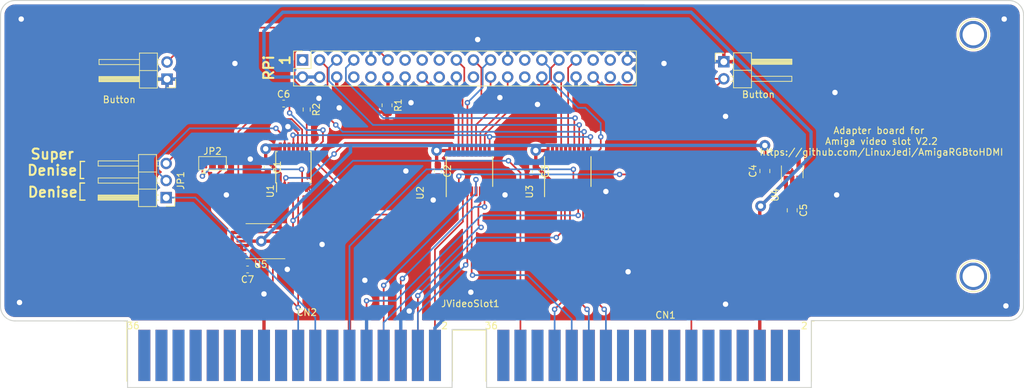
<source format=kicad_pcb>
(kicad_pcb (version 20171130) (host pcbnew 5.1.9-73d0e3b20d~88~ubuntu20.10.1)
  (layers (0 F.Cu signal) (31 B.Cu signal) (34 B.Paste user) (35 F.Paste user) (36 B.SilkS user) (37 F.SilkS user) (38 B.Mask user) (39 F.Mask user) (44 Edge.Cuts user))
  (net 0 "")
  (net 1 GND)
  (net 2 +3V3)
  (net 3 /B0)
  (net 4 /R3)
  (net 5 /R2)
  (net 6 /R1)
  (net 7 /R0)
  (net 8 +5V)
  (net 9 /CDAC)
  (net 10 /CSYNC)
  (net 11 /G3)
  (net 12 /G2)
  (net 13 /G1)
  (net 14 /G0)
  (net 15 /B3)
  (net 16 /B2)
  (net 17 /B1)
  (net 18 "Net-(JRaspberryPiZero1-Pad1)")
  (net 19 /PiCLK)
  (net 20 /PiCSYNC)
  (net 21 /PiR3)
  (net 22 /PiR2)
  (net 23 /PiR1)
  (net 24 "Net-(JRaspberryPiZero1-Pad13)")
  (net 25 /PiR0)
  (net 26 "Net-(JRaspberryPiZero1-Pad17)")
  (net 27 /PiG3)
  (net 28 /PiG2)
  (net 29 /PiG1)
  (net 30 /PiG0)
  (net 31 /PiB3)
  (net 32 /PiB2)
  (net 33 /PiB1)
  (net 34 /PiB0)
  (net 35 "Net-(U4-Pad4)")
  (net 36 "Net-(JRaspberryPiZero1-Pad8)")
  (net 37 "Net-(JRaspberryPiZero1-Pad10)")
  (net 38 "Net-(JRaspberryPiZero1-Pad12)")
  (net 39 "Net-(JRaspberryPiZero1-Pad18)")
  (net 40 "Net-(JRaspberryPiZero1-Pad22)")
  (net 41 "Net-(U1-Pad11)")
  (net 42 "Net-(JRaspberryPiZero1-Pad15)")
  (net 43 "Net-(JRaspberryPiZero1-Pad27)")
  (net 44 "Net-(JRaspberryPiZero1-Pad28)")
  (net 45 "Net-(JRaspberryPiZero1-Pad40)")
  (net 46 "Net-(JRaspberryPiZero1-Pad35)")
  (net 47 "Net-(JRaspberryPiZero1-Pad38)")
  (net 48 "Net-(U3-Pad18)")
  (net 49 "Net-(U3-Pad19)")
  (net 50 "Net-(JButton1-Pad2)")
  (net 51 "Net-(U1-Pad2)")
  (net 52 "Net-(JRaspberryPiZero1-Pad37)")
  (net 53 "Net-(JP1-Pad3)")
  (net 54 "Net-(JP1-Pad2)")
  (net 55 "Net-(U1-Pad3)")
  (net 56 /C1)
  (net 57 /C3)
  (net 58 "Net-(JVideoSlot1-Pad1)")
  (net 59 "Net-(JVideoSlot1-Pad3)")
  (net 60 "Net-(JVideoSlot1-Pad5)")
  (net 61 "Net-(JVideoSlot1-Pad7)")
  (net 62 "Net-(JVideoSlot1-Pad9)")
  (net 63 "Net-(JVideoSlot1-Pad11)")
  (net 64 "Net-(JVideoSlot1-Pad13)")
  (net 65 "Net-(JVideoSlot1-Pad15)")
  (net 66 "Net-(JVideoSlot1-Pad17)")
  (net 67 "Net-(JVideoSlot1-Pad19)")
  (net 68 "Net-(JVideoSlot1-Pad21)")
  (net 69 "Net-(JVideoSlot1-Pad31)")
  (net 70 "Net-(JVideoSlot1-Pad33)")
  (net 71 "Net-(JVideoSlot1-Pad35)")
  (net 72 "Net-(JVideoSlot1-Pad2)")
  (net 73 "Net-(JVideoSlot1-Pad4)")
  (net 74 "Net-(JVideoSlot1-Pad8)")
  (net 75 "Net-(JVideoSlot1-Pad10)")
  (net 76 "Net-(JVideoSlot1-Pad12)")
  (net 77 "Net-(JVideoSlot1-Pad16)")
  (net 78 "Net-(JVideoSlot1-Pad18)")
  (net 79 "Net-(JVideoSlot1-Pad20)")
  (net 80 "Net-(JVideoSlot1-Pad22)")
  (net 81 "Net-(JVideoSlot1-Pad24)")
  (net 82 "Net-(JVideoSlot1-Pad26)")
  (net 83 "Net-(JVideoSlot1-Pad28)")
  (net 84 "Net-(JVideoSlot1-Pad30)")
  (net 85 "Net-(JVideoSlot1-Pad32)")
  (net 86 "Net-(JVideoSlot1-Pad36)")
  (net 87 "Net-(JVideoSlot1-Pad49)")
  (net 88 "Net-(JVideoSlot1-Pad55)")
  (net 89 "Net-(JVideoSlot1-Pad57)")
  (net 90 "Net-(JVideoSlot1-Pad59)")
  (net 91 "Net-(JVideoSlot1-Pad61)")
  (net 92 "Net-(JVideoSlot1-Pad63)")
  (net 93 "Net-(JVideoSlot1-Pad65)")
  (net 94 "Net-(JVideoSlot1-Pad67)")
  (net 95 "Net-(JVideoSlot1-Pad69)")
  (net 96 "Net-(JVideoSlot1-Pad71)")
  (net 97 "Net-(JVideoSlot1-Pad50)")
  (net 98 "Net-(JVideoSlot1-Pad52)")
  (net 99 "Net-(JVideoSlot1-Pad54)")
  (net 100 "Net-(JVideoSlot1-Pad56)")
  (net 101 "Net-(JVideoSlot1-Pad60)")
  (net 102 "Net-(JVideoSlot1-Pad62)")
  (net 103 "Net-(JVideoSlot1-Pad64)")
  (net 104 "Net-(JVideoSlot1-Pad66)")
  (net 105 "Net-(JVideoSlot1-Pad68)")
  (net 106 "Net-(JVideoSlot1-Pad70)")
  (net 107 "Net-(JVideoSlot1-Pad72)")
  (net 108 "Net-(R2-Pad2)")
  (net 109 /OPTCLK)
  (net 110 "Net-(JP2-Pad1)")
  (net 111 "Net-(U5-Pad11)")
  (net 112 "Net-(U5-Pad10)")
  (net 113 "Net-(U5-Pad3)")
  (module Connectors:1pin (layer F.Cu) (at 236.2073 100.50272)
    (fp_text reference REF** hide)
    (fp_text value 1pin hide)
    (pad 1 thru_hole circle (at 0 0) (size 4.064 4.064) (drill 3.2) (layers *.Cu *.Mask))
  )
  (module Connectors:1pin (layer F.Cu) (at 236.2073 64.54648)
    (fp_text reference REF** hide)
    (fp_text value 1pin hide)
    (pad 1 thru_hole circle (at 0 0) (size 4.064 4.064) (drill 3.2) (layers *.Cu *.Mask))
  )
  (module Jumper:SolderJumper-3_P1.3mm_Open_Pad1.0x1.5mm (layer F.Cu) (at 123.1646 83.693)
    (fp_text reference JP2 (at 0 -1.8) (layer F.SilkS))
    (fp_text value Jumper_3_Bridged12)
    (pad 1 smd rect (at -1.3 0) (size 1 1.5) (layers F.Cu F.Mask) (net 110 "Net-(JP2-Pad1)"))
    (pad 2 smd rect (at 0 0) (size 1 1.5) (layers F.Cu F.Mask) (net 53 "Net-(JP1-Pad3)"))
    (pad 3 smd rect (at 1.3 0) (size 1 1.5) (layers F.Cu F.Mask) (net 109 /OPTCLK))
  )
  (module Capacitor_SMD:C_0603_1608Metric_Pad1.08x0.95mm_HandSolder (layer F.Cu) (at 128.3716 99.4791)
    (fp_text reference C7 (at 0 1.4859) (layer F.SilkS))
    (fp_text value 100nF)
    (pad 2 smd roundrect (at 0.8625 0) (size 1.075 0.95) (layers F.Cu F.Paste F.Mask) (net 1 GND))
    (pad 1 smd roundrect (at -0.8625 0) (size 1.075 0.95) (layers F.Cu F.Paste F.Mask) (net 2 +3V3))
  )
  (module Package_SO:TSSOP-14_4.4x5mm_P0.65mm (layer F.Cu) (at 130.3274 95.2754 180)
    (fp_text reference U5 (at 0 -3.45) (layer F.SilkS))
    (fp_text value 74LVC86)
    (pad 14 smd roundrect (at 2.8625 -1.95 180) (size 1.475 0.4) (layers F.Cu F.Paste F.Mask) (net 2 +3V3))
    (pad 13 smd roundrect (at 2.8625 -1.3 180) (size 1.475 0.4) (layers F.Cu F.Paste F.Mask) (net 2 +3V3))
    (pad 12 smd roundrect (at 2.8625 -0.65 180) (size 1.475 0.4) (layers F.Cu F.Paste F.Mask) (net 2 +3V3))
    (pad 11 smd roundrect (at 2.8625 0 180) (size 1.475 0.4) (layers F.Cu F.Paste F.Mask) (net 111 "Net-(U5-Pad11)"))
    (pad 10 smd roundrect (at 2.8625 0.65 180) (size 1.475 0.4) (layers F.Cu F.Paste F.Mask) (net 112 "Net-(U5-Pad10)"))
    (pad 9 smd roundrect (at 2.8625 1.3 180) (size 1.475 0.4) (layers F.Cu F.Paste F.Mask) (net 2 +3V3))
    (pad 8 smd roundrect (at 2.8625 1.95 180) (size 1.475 0.4) (layers F.Cu F.Paste F.Mask) (net 109 /OPTCLK))
    (pad 7 smd roundrect (at -2.8625 1.95 180) (size 1.475 0.4) (layers F.Cu F.Paste F.Mask) (net 1 GND))
    (pad 6 smd roundrect (at -2.8625 1.3 180) (size 1.475 0.4) (layers F.Cu F.Paste F.Mask) (net 112 "Net-(U5-Pad10)"))
    (pad 5 smd roundrect (at -2.8625 0.65 180) (size 1.475 0.4) (layers F.Cu F.Paste F.Mask) (net 113 "Net-(U5-Pad3)"))
    (pad 4 smd roundrect (at -2.8625 0 180) (size 1.475 0.4) (layers F.Cu F.Paste F.Mask) (net 2 +3V3))
    (pad 3 smd roundrect (at -2.8625 -0.65 180) (size 1.475 0.4) (layers F.Cu F.Paste F.Mask) (net 113 "Net-(U5-Pad3)"))
    (pad 2 smd roundrect (at -2.8625 -1.3 180) (size 1.475 0.4) (layers F.Cu F.Paste F.Mask) (net 57 /C3))
    (pad 1 smd roundrect (at -2.8625 -1.95 180) (size 1.475 0.4) (layers F.Cu F.Paste F.Mask) (net 56 /C1))
  )
  (module Capacitor_SMD:C_0603_1608Metric_Pad1.08x0.95mm_HandSolder (layer F.Cu) (at 133.731 74.803 180)
    (fp_text reference C6 (at 0 1.397) (layer F.SilkS))
    (fp_text value NC)
    (pad 2 smd roundrect (at 0.8625 0 180) (size 1.075 0.95) (layers F.Cu F.Paste F.Mask) (net 1 GND))
    (pad 1 smd roundrect (at -0.8625 0 180) (size 1.075 0.95) (layers F.Cu F.Paste F.Mask) (net 19 /PiCLK))
  )
  (module Resistor_SMD:R_0603_1608Metric_Pad0.98x0.95mm_HandSolder (layer F.Cu) (at 137.16 75.692 270)
    (fp_text reference R2 (at 0 -1.43 90) (layer F.SilkS))
    (fp_text value 0R)
    (pad 2 smd roundrect (at 0.9125 0 270) (size 0.975 0.95) (layers F.Cu F.Paste F.Mask) (net 108 "Net-(R2-Pad2)"))
    (pad 1 smd roundrect (at -0.9125 0 270) (size 0.975 0.95) (layers F.Cu F.Paste F.Mask) (net 19 /PiCLK))
  )
  (module amiga-conn:A2000_Video_Slot (layer F.Cu) (at 212.344 116.332)
    (fp_text reference JVideoSlot1 (at -50.87 -11.76) (layer F.SilkS))
    (fp_text value A2000_Video_Slot_Phys)
    (fp_text user CN1 (at -21.87 -10.06) (layer F.SilkS))
    (fp_text user 36 (at -47.75 -8.475) (layer F.SilkS))
    (fp_text user 2 (at -1.25 -8.47) (layer F.SilkS))
    (fp_text user CN2 (at -75.17 -10.46) (layer F.SilkS))
    (fp_text user 2 (at -54.7 -8.475) (layer F.SilkS))
    (fp_text user 36 (at -100.975 -8.475) (layer F.SilkS))
    (pad 1 connect rect (at -2.79 -4.06) (size 1.78 7.62) (layers B.Cu B.Mask) (net 58 "Net-(JVideoSlot1-Pad1)"))
    (pad 3 connect rect (at -5.33 -4.06) (size 1.78 7.62) (layers B.Cu B.Mask) (net 59 "Net-(JVideoSlot1-Pad3)"))
    (pad 5 connect rect (at -7.87 -4.06) (size 1.78 7.62) (layers B.Cu B.Mask) (net 60 "Net-(JVideoSlot1-Pad5)"))
    (pad 7 connect rect (at -10.41 -4.06) (size 1.78 7.62) (layers B.Cu B.Mask) (net 61 "Net-(JVideoSlot1-Pad7)"))
    (pad 9 connect rect (at -12.95 -4.06) (size 1.78 7.62) (layers B.Cu B.Mask) (net 62 "Net-(JVideoSlot1-Pad9)"))
    (pad 11 connect rect (at -15.49 -4.06) (size 1.78 7.62) (layers B.Cu B.Mask) (net 63 "Net-(JVideoSlot1-Pad11)"))
    (pad 13 connect rect (at -18.03 -4.06) (size 1.78 7.62) (layers B.Cu B.Mask) (net 64 "Net-(JVideoSlot1-Pad13)"))
    (pad 15 connect rect (at -20.57 -4.06) (size 1.78 7.62) (layers B.Cu B.Mask) (net 65 "Net-(JVideoSlot1-Pad15)"))
    (pad 17 connect rect (at -23.11 -4.06) (size 1.78 7.62) (layers B.Cu B.Mask) (net 66 "Net-(JVideoSlot1-Pad17)"))
    (pad 19 connect rect (at -25.65 -4.06) (size 1.78 7.62) (layers B.Cu B.Mask) (net 67 "Net-(JVideoSlot1-Pad19)"))
    (pad 21 connect rect (at -28.19 -4.06) (size 1.78 7.62) (layers B.Cu B.Mask) (net 68 "Net-(JVideoSlot1-Pad21)"))
    (pad 23 connect rect (at -30.73 -4.06) (size 1.78 7.62) (layers B.Cu B.Mask) (net 3 /B0))
    (pad 25 connect rect (at -33.27 -4.06) (size 1.78 7.62) (layers B.Cu B.Mask) (net 15 /B3))
    (pad 27 connect rect (at -35.81 -4.06) (size 1.78 7.62) (layers B.Cu B.Mask) (net 11 /G3))
    (pad 29 connect rect (at -38.35 -4.06) (size 1.78 7.62) (layers B.Cu B.Mask) (net 4 /R3))
    (pad 31 connect rect (at -40.89 -4.06) (size 1.78 7.62) (layers B.Cu B.Mask) (net 69 "Net-(JVideoSlot1-Pad31)"))
    (pad 33 connect rect (at -43.43 -4.06) (size 1.78 7.62) (layers B.Cu B.Mask) (net 70 "Net-(JVideoSlot1-Pad33)"))
    (pad 35 connect rect (at -45.97 -4.06) (size 1.78 7.62) (layers B.Cu B.Mask) (net 71 "Net-(JVideoSlot1-Pad35)"))
    (pad 2 connect rect (at -2.79 -4.06) (size 1.78 7.62) (layers F.Cu F.Mask) (net 72 "Net-(JVideoSlot1-Pad2)"))
    (pad 4 connect rect (at -5.33 -4.06) (size 1.78 7.62) (layers F.Cu F.Mask) (net 73 "Net-(JVideoSlot1-Pad4)"))
    (pad 6 connect rect (at -7.87 -4.06) (size 1.78 7.62) (layers F.Cu F.Mask) (net 8 +5V))
    (pad 8 connect rect (at -10.41 -4.06) (size 1.78 7.62) (layers F.Cu F.Mask) (net 74 "Net-(JVideoSlot1-Pad8)"))
    (pad 10 connect rect (at -12.95 -4.06) (size 1.78 7.62) (layers F.Cu F.Mask) (net 75 "Net-(JVideoSlot1-Pad10)"))
    (pad 12 connect rect (at -15.49 -4.06) (size 1.78 7.62) (layers F.Cu F.Mask) (net 76 "Net-(JVideoSlot1-Pad12)"))
    (pad 14 connect rect (at -18.03 -4.06) (size 1.78 7.62) (layers F.Cu F.Mask) (net 10 /CSYNC))
    (pad 16 connect rect (at -20.57 -4.06) (size 1.78 7.62) (layers F.Cu F.Mask) (net 77 "Net-(JVideoSlot1-Pad16)"))
    (pad 18 connect rect (at -23.11 -4.06) (size 1.78 7.62) (layers F.Cu F.Mask) (net 78 "Net-(JVideoSlot1-Pad18)"))
    (pad 20 connect rect (at -25.65 -4.06) (size 1.78 7.62) (layers F.Cu F.Mask) (net 79 "Net-(JVideoSlot1-Pad20)"))
    (pad 22 connect rect (at -28.19 -4.06) (size 1.78 7.62) (layers F.Cu F.Mask) (net 80 "Net-(JVideoSlot1-Pad22)"))
    (pad 24 connect rect (at -30.73 -4.06) (size 1.78 7.62) (layers F.Cu F.Mask) (net 81 "Net-(JVideoSlot1-Pad24)"))
    (pad 26 connect rect (at -33.27 -4.06) (size 1.78 7.62) (layers F.Cu F.Mask) (net 82 "Net-(JVideoSlot1-Pad26)"))
    (pad 28 connect rect (at -35.81 -4.06) (size 1.78 7.62) (layers F.Cu F.Mask) (net 83 "Net-(JVideoSlot1-Pad28)"))
    (pad 30 connect rect (at -38.35 -4.06) (size 1.78 7.62) (layers F.Cu F.Mask) (net 84 "Net-(JVideoSlot1-Pad30)"))
    (pad 32 connect rect (at -40.89 -4.06) (size 1.78 7.62) (layers F.Cu F.Mask) (net 85 "Net-(JVideoSlot1-Pad32)"))
    (pad 34 connect rect (at -43.43 -4.06) (size 1.78 7.62) (layers F.Cu F.Mask) (net 56 /C1))
    (pad 36 connect rect (at -45.97 -4.06) (size 1.78 7.62) (layers F.Cu F.Mask) (net 86 "Net-(JVideoSlot1-Pad36)"))
    (pad 37 connect rect (at -56.13 -4.06) (size 1.78 7.62) (layers B.Cu B.Mask) (net 1 GND))
    (pad 39 connect rect (at -58.67 -4.06) (size 1.78 7.62) (layers B.Cu B.Mask) (net 6 /R1))
    (pad 41 connect rect (at -61.21 -4.06) (size 1.78 7.62) (layers B.Cu B.Mask) (net 1 GND))
    (pad 43 connect rect (at -63.75 -4.06) (size 1.78 7.62) (layers B.Cu B.Mask) (net 13 /G1))
    (pad 45 connect rect (at -66.29 -4.06) (size 1.78 7.62) (layers B.Cu B.Mask) (net 1 GND))
    (pad 47 connect rect (at -68.83 -4.06) (size 1.78 7.62) (layers B.Cu B.Mask) (net 16 /B2))
    (pad 49 connect rect (at -71.37 -4.06) (size 1.78 7.62) (layers B.Cu B.Mask) (net 87 "Net-(JVideoSlot1-Pad49)"))
    (pad 51 connect rect (at -73.91 -4.06) (size 1.78 7.62) (layers B.Cu B.Mask) (net 9 /CDAC))
    (pad 53 connect rect (at -76.45 -4.06) (size 1.78 7.62) (layers B.Cu B.Mask) (net 57 /C3))
    (pad 55 connect rect (at -78.99 -4.06) (size 1.78 7.62) (layers B.Cu B.Mask) (net 88 "Net-(JVideoSlot1-Pad55)"))
    (pad 57 connect rect (at -81.53 -4.06) (size 1.78 7.62) (layers B.Cu B.Mask) (net 89 "Net-(JVideoSlot1-Pad57)"))
    (pad 59 connect rect (at -84.07 -4.06) (size 1.78 7.62) (layers B.Cu B.Mask) (net 90 "Net-(JVideoSlot1-Pad59)"))
    (pad 61 connect rect (at -86.61 -4.06) (size 1.78 7.62) (layers B.Cu B.Mask) (net 91 "Net-(JVideoSlot1-Pad61)"))
    (pad 63 connect rect (at -89.15 -4.06) (size 1.78 7.62) (layers B.Cu B.Mask) (net 92 "Net-(JVideoSlot1-Pad63)"))
    (pad 65 connect rect (at -91.69 -4.06) (size 1.78 7.62) (layers B.Cu B.Mask) (net 93 "Net-(JVideoSlot1-Pad65)"))
    (pad 67 connect rect (at -94.23 -4.06) (size 1.78 7.62) (layers B.Cu B.Mask) (net 94 "Net-(JVideoSlot1-Pad67)"))
    (pad 69 connect rect (at -96.77 -4.06) (size 1.78 7.62) (layers B.Cu B.Mask) (net 95 "Net-(JVideoSlot1-Pad69)"))
    (pad 71 connect rect (at -99.31 -4.06) (size 1.78 7.62) (layers B.Cu B.Mask) (net 96 "Net-(JVideoSlot1-Pad71)"))
    (pad 38 connect rect (at -56.13 -4.06) (size 1.78 7.62) (layers F.Cu F.Mask) (net 7 /R0))
    (pad 40 connect rect (at -58.67 -4.06) (size 1.78 7.62) (layers F.Cu F.Mask) (net 5 /R2))
    (pad 42 connect rect (at -61.21 -4.06) (size 1.78 7.62) (layers F.Cu F.Mask) (net 14 /G0))
    (pad 44 connect rect (at -63.75 -4.06) (size 1.78 7.62) (layers F.Cu F.Mask) (net 12 /G2))
    (pad 46 connect rect (at -66.29 -4.06) (size 1.78 7.62) (layers F.Cu F.Mask) (net 17 /B1))
    (pad 48 connect rect (at -68.83 -4.06) (size 1.78 7.62) (layers F.Cu F.Mask) (net 1 GND))
    (pad 50 connect rect (at -71.37 -4.06) (size 1.78 7.62) (layers F.Cu F.Mask) (net 97 "Net-(JVideoSlot1-Pad50)"))
    (pad 52 connect rect (at -73.91 -4.06) (size 1.78 7.62) (layers F.Cu F.Mask) (net 98 "Net-(JVideoSlot1-Pad52)"))
    (pad 54 connect rect (at -76.45 -4.06) (size 1.78 7.62) (layers F.Cu F.Mask) (net 99 "Net-(JVideoSlot1-Pad54)"))
    (pad 56 connect rect (at -78.99 -4.06) (size 1.78 7.62) (layers F.Cu F.Mask) (net 100 "Net-(JVideoSlot1-Pad56)"))
    (pad 58 connect rect (at -81.53 -4.06) (size 1.78 7.62) (layers F.Cu F.Mask) (net 1 GND))
    (pad 60 connect rect (at -84.07 -4.06) (size 1.78 7.62) (layers F.Cu F.Mask) (net 101 "Net-(JVideoSlot1-Pad60)"))
    (pad 62 connect rect (at -86.61 -4.06) (size 1.78 7.62) (layers F.Cu F.Mask) (net 102 "Net-(JVideoSlot1-Pad62)"))
    (pad 64 connect rect (at -89.15 -4.06) (size 1.78 7.62) (layers F.Cu F.Mask) (net 103 "Net-(JVideoSlot1-Pad64)"))
    (pad 66 connect rect (at -91.69 -4.06) (size 1.78 7.62) (layers F.Cu F.Mask) (net 104 "Net-(JVideoSlot1-Pad66)"))
    (pad 68 connect rect (at -94.23 -4.06) (size 1.78 7.62) (layers F.Cu F.Mask) (net 105 "Net-(JVideoSlot1-Pad68)"))
    (pad 70 connect rect (at -96.77 -4.06) (size 1.78 7.62) (layers F.Cu F.Mask) (net 106 "Net-(JVideoSlot1-Pad70)"))
    (pad 72 connect rect (at -99.31 -4.06) (size 1.78 7.62) (layers F.Cu F.Mask) (net 107 "Net-(JVideoSlot1-Pad72)"))
  )
  (module Capacitor_SMD:C_0805_2012Metric_Pad1.18x1.45mm_HandSolder (layer F.Cu) (at 209.296 90.678 270)
    (fp_text reference C5 (at 0 -1.68 90) (layer F.SilkS))
    (fp_text value 1uF)
    (pad 2 smd roundrect (at 1.0375 0 270) (size 1.175 1.45) (layers F.Cu F.Paste F.Mask) (roundrect_rratio 0.2127659574468085) (net 1 GND))
    (pad 1 smd roundrect (at -1.0375 0 270) (size 1.175 1.45) (layers F.Cu F.Paste F.Mask) (roundrect_rratio 0.2127659574468085) (net 8 +5V))
  )
  (module Resistor_SMD:R_0805_2012Metric_Pad1.20x1.40mm_HandSolder (layer F.Cu) (at 149.098 75.057 270)
    (fp_text reference R1 (at 0 -1.65 90) (layer F.SilkS))
    (fp_text value 3k3)
    (pad 2 smd roundrect (at 1 0 270) (size 1.2 1.4) (layers F.Cu F.Paste F.Mask) (roundrect_rratio 0.2083325) (net 1 GND))
    (pad 1 smd roundrect (at -1 0 270) (size 1.2 1.4) (layers F.Cu F.Paste F.Mask) (roundrect_rratio 0.2083325) (net 38 "Net-(JRaspberryPiZero1-Pad12)"))
  )
  (module Capacitor_SMD:C_0805_2012Metric_Pad1.18x1.45mm_HandSolder (layer F.Cu) (at 205.232 84.836 270)
    (fp_text reference C4 (at 0 1.778 90) (layer F.SilkS))
    (fp_text value 1uF)
    (pad 2 smd roundrect (at 1.0375 0 270) (size 1.175 1.45) (layers F.Cu F.Paste F.Mask) (roundrect_rratio 0.2127659574468085) (net 1 GND))
    (pad 1 smd roundrect (at -1.0375 0 270) (size 1.175 1.45) (layers F.Cu F.Paste F.Mask) (roundrect_rratio 0.2127659574468085) (net 2 +3V3))
  )
  (module Capacitor_SMD:C_0603_1608Metric_Pad1.08x0.95mm_HandSolder (layer F.Cu) (at 171.196 84.9122 270)
    (fp_text reference C3 (at 0 -1.43 90) (layer F.SilkS))
    (fp_text value 100nF)
    (pad 2 smd roundrect (at 0.8625 0 270) (size 1.075 0.95) (layers F.Cu F.Paste F.Mask) (net 1 GND))
    (pad 1 smd roundrect (at -0.8625 0 270) (size 1.075 0.95) (layers F.Cu F.Paste F.Mask) (net 2 +3V3))
  )
  (module Capacitor_SMD:C_0603_1608Metric_Pad1.08x0.95mm_HandSolder (layer F.Cu) (at 156.64434 84.836 270)
    (fp_text reference C2 (at 0 -1.43 90) (layer F.SilkS))
    (fp_text value 100nF)
    (pad 2 smd roundrect (at 0.8625 0 270) (size 1.075 0.95) (layers F.Cu F.Paste F.Mask) (net 1 GND))
    (pad 1 smd roundrect (at -0.8625 0 270) (size 1.075 0.95) (layers F.Cu F.Paste F.Mask) (net 2 +3V3))
  )
  (module Capacitor_SMD:C_0603_1608Metric_Pad1.08x0.95mm_HandSolder (layer F.Cu) (at 131.37134 84.2772 270)
    (fp_text reference C1 (at 0 -1.43 90) (layer F.SilkS))
    (fp_text value 100nF)
    (pad 2 smd roundrect (at 0.8625 0 270) (size 1.075 0.95) (layers F.Cu F.Paste F.Mask) (net 1 GND))
    (pad 1 smd roundrect (at -0.8625 0 270) (size 1.075 0.95) (layers F.Cu F.Paste F.Mask) (net 2 +3V3))
  )
  (module Connector_PinHeader_2.54mm:PinHeader_1x02_P2.54mm_Horizontal (layer F.Cu) (at 199.136 68.58)
    (fp_text reference JButton2 hide)
    (fp_text value Conn_01x02)
    (pad 2 thru_hole oval (at 0 2.54) (size 1.7 1.7) (drill 1) (layers *.Cu *.Mask) (net 50 "Net-(JButton1-Pad2)"))
    (pad 1 thru_hole rect (at 0 0) (size 1.7 1.7) (drill 1) (layers *.Cu *.Mask) (net 1 GND))
  )
  (module Connector_PinHeader_2.54mm:PinHeader_1x02_P2.54mm_Horizontal (layer F.Cu) (at 116.4082 71.16318 180)
    (fp_text reference JButton1 hide)
    (fp_text value Conn_01x02)
    (pad 1 thru_hole rect (at 0 0 180) (size 1.7 1.7) (drill 1) (layers *.Cu *.Mask) (net 1 GND))
    (pad 2 thru_hole oval (at 0 2.54 180) (size 1.7 1.7) (drill 1) (layers *.Cu *.Mask) (net 50 "Net-(JButton1-Pad2)"))
  )
  (module Package_SO:TSSOP-14_4.4x5mm_P0.65mm (layer F.Cu) (at 135.18134 84.2772 90)
    (fp_text reference U1 (at -3.556 -3.429 90) (layer F.SilkS))
    (fp_text value 74LVC86)
    (pad 1 smd rect (at -2.95 -1.95 90) (size 1.45 0.45) (layers F.Cu F.Paste F.Mask) (net 2 +3V3))
    (pad 2 smd rect (at -2.95 -1.3 90) (size 1.45 0.45) (layers F.Cu F.Paste F.Mask) (net 51 "Net-(U1-Pad2)"))
    (pad 3 smd rect (at -2.95 -0.65 90) (size 1.45 0.45) (layers F.Cu F.Paste F.Mask) (net 55 "Net-(U1-Pad3)"))
    (pad 4 smd rect (at -2.95 0 90) (size 1.45 0.45) (layers F.Cu F.Paste F.Mask) (net 56 /C1))
    (pad 5 smd rect (at -2.95 0.65 90) (size 1.45 0.45) (layers F.Cu F.Paste F.Mask) (net 57 /C3))
    (pad 6 smd rect (at -2.95 1.3 90) (size 1.45 0.45) (layers F.Cu F.Paste F.Mask) (net 110 "Net-(JP2-Pad1)"))
    (pad 7 smd rect (at -2.95 1.95 90) (size 1.45 0.45) (layers F.Cu F.Paste F.Mask) (net 1 GND))
    (pad 8 smd rect (at 2.95 1.95 90) (size 1.45 0.45) (layers F.Cu F.Paste F.Mask) (net 108 "Net-(R2-Pad2)"))
    (pad 9 smd rect (at 2.95 1.3 90) (size 1.45 0.45) (layers F.Cu F.Paste F.Mask) (net 55 "Net-(U1-Pad3)"))
    (pad 10 smd rect (at 2.95 0.65 90) (size 1.45 0.45) (layers F.Cu F.Paste F.Mask) (net 1 GND))
    (pad 11 smd rect (at 2.95 0 90) (size 1.45 0.45) (layers F.Cu F.Paste F.Mask) (net 41 "Net-(U1-Pad11)"))
    (pad 12 smd rect (at 2.95 -0.65 90) (size 1.45 0.45) (layers F.Cu F.Paste F.Mask) (net 19 /PiCLK))
    (pad 13 smd rect (at 2.95 -1.3 90) (size 1.45 0.45) (layers F.Cu F.Paste F.Mask) (net 54 "Net-(JP1-Pad2)"))
    (pad 14 smd rect (at 2.95 -1.95 90) (size 1.45 0.45) (layers F.Cu F.Paste F.Mask) (net 2 +3V3))
  )
  (module Package_SO:TSSOP-20_4.4x6.5mm_P0.65mm (layer F.Cu) (at 161.34334 84.9122 90)
    (fp_text reference U2 (at -3.17754 -7.32282 90) (layer F.SilkS))
    (fp_text value 74LVC574)
    (pad 20 smd rect (at 2.95 -2.925 90) (size 1.45 0.45) (layers F.Cu F.Paste F.Mask) (net 2 +3V3))
    (pad 19 smd rect (at 2.95 -2.275 90) (size 1.45 0.45) (layers F.Cu F.Paste F.Mask) (net 51 "Net-(U1-Pad2)"))
    (pad 18 smd rect (at 2.95 -1.625 90) (size 1.45 0.45) (layers F.Cu F.Paste F.Mask) (net 20 /PiCSYNC))
    (pad 17 smd rect (at 2.95 -0.975 90) (size 1.45 0.45) (layers F.Cu F.Paste F.Mask) (net 25 /PiR0))
    (pad 16 smd rect (at 2.95 -0.325 90) (size 1.45 0.45) (layers F.Cu F.Paste F.Mask) (net 23 /PiR1))
    (pad 15 smd rect (at 2.95 0.325 90) (size 1.45 0.45) (layers F.Cu F.Paste F.Mask) (net 27 /PiG3))
    (pad 14 smd rect (at 2.95 0.975 90) (size 1.45 0.45) (layers F.Cu F.Paste F.Mask) (net 28 /PiG2))
    (pad 13 smd rect (at 2.95 1.625 90) (size 1.45 0.45) (layers F.Cu F.Paste F.Mask) (net 29 /PiG1))
    (pad 12 smd rect (at 2.95 2.275 90) (size 1.45 0.45) (layers F.Cu F.Paste F.Mask) (net 30 /PiG0))
    (pad 11 smd rect (at 2.95 2.925 90) (size 1.45 0.45) (layers F.Cu F.Paste F.Mask) (net 41 "Net-(U1-Pad11)"))
    (pad 10 smd rect (at -2.95 2.925 90) (size 1.45 0.45) (layers F.Cu F.Paste F.Mask) (net 1 GND))
    (pad 9 smd rect (at -2.95 2.275 90) (size 1.45 0.45) (layers F.Cu F.Paste F.Mask) (net 14 /G0))
    (pad 8 smd rect (at -2.95 1.625 90) (size 1.45 0.45) (layers F.Cu F.Paste F.Mask) (net 13 /G1))
    (pad 7 smd rect (at -2.95 0.975 90) (size 1.45 0.45) (layers F.Cu F.Paste F.Mask) (net 12 /G2))
    (pad 6 smd rect (at -2.95 0.325 90) (size 1.45 0.45) (layers F.Cu F.Paste F.Mask) (net 11 /G3))
    (pad 5 smd rect (at -2.95 -0.325 90) (size 1.45 0.45) (layers F.Cu F.Paste F.Mask) (net 6 /R1))
    (pad 4 smd rect (at -2.95 -0.975 90) (size 1.45 0.45) (layers F.Cu F.Paste F.Mask) (net 7 /R0))
    (pad 3 smd rect (at -2.95 -1.625 90) (size 1.45 0.45) (layers F.Cu F.Paste F.Mask) (net 10 /CSYNC))
    (pad 2 smd rect (at -2.95 -2.275 90) (size 1.45 0.45) (layers F.Cu F.Paste F.Mask) (net 19 /PiCLK))
    (pad 1 smd rect (at -2.95 -2.925 90) (size 1.45 0.45) (layers F.Cu F.Paste F.Mask) (net 1 GND))
  )
  (module Package_SO:TSSOP-20_4.4x6.5mm_P0.65mm (layer F.Cu) (at 175.94834 84.9122 90)
    (fp_text reference U3 (at -3.00482 -5.68706 90) (layer F.SilkS))
    (fp_text value 74LVC574)
    (pad 1 smd rect (at -2.95 -2.925 90) (size 1.45 0.45) (layers F.Cu F.Paste F.Mask) (net 1 GND))
    (pad 2 smd rect (at -2.95 -2.275 90) (size 1.45 0.45) (layers F.Cu F.Paste F.Mask) (net 2 +3V3))
    (pad 3 smd rect (at -2.95 -1.625 90) (size 1.45 0.45) (layers F.Cu F.Paste F.Mask) (net 2 +3V3))
    (pad 4 smd rect (at -2.95 -0.975 90) (size 1.45 0.45) (layers F.Cu F.Paste F.Mask) (net 5 /R2))
    (pad 5 smd rect (at -2.95 -0.325 90) (size 1.45 0.45) (layers F.Cu F.Paste F.Mask) (net 4 /R3))
    (pad 6 smd rect (at -2.95 0.325 90) (size 1.45 0.45) (layers F.Cu F.Paste F.Mask) (net 15 /B3))
    (pad 7 smd rect (at -2.95 0.975 90) (size 1.45 0.45) (layers F.Cu F.Paste F.Mask) (net 16 /B2))
    (pad 8 smd rect (at -2.95 1.625 90) (size 1.45 0.45) (layers F.Cu F.Paste F.Mask) (net 17 /B1))
    (pad 9 smd rect (at -2.95 2.275 90) (size 1.45 0.45) (layers F.Cu F.Paste F.Mask) (net 3 /B0))
    (pad 10 smd rect (at -2.95 2.925 90) (size 1.45 0.45) (layers F.Cu F.Paste F.Mask) (net 1 GND))
    (pad 11 smd rect (at 2.95 2.925 90) (size 1.45 0.45) (layers F.Cu F.Paste F.Mask) (net 41 "Net-(U1-Pad11)"))
    (pad 12 smd rect (at 2.95 2.275 90) (size 1.45 0.45) (layers F.Cu F.Paste F.Mask) (net 34 /PiB0))
    (pad 13 smd rect (at 2.95 1.625 90) (size 1.45 0.45) (layers F.Cu F.Paste F.Mask) (net 33 /PiB1))
    (pad 14 smd rect (at 2.95 0.975 90) (size 1.45 0.45) (layers F.Cu F.Paste F.Mask) (net 32 /PiB2))
    (pad 15 smd rect (at 2.95 0.325 90) (size 1.45 0.45) (layers F.Cu F.Paste F.Mask) (net 31 /PiB3))
    (pad 16 smd rect (at 2.95 -0.325 90) (size 1.45 0.45) (layers F.Cu F.Paste F.Mask) (net 21 /PiR3))
    (pad 17 smd rect (at 2.95 -0.975 90) (size 1.45 0.45) (layers F.Cu F.Paste F.Mask) (net 22 /PiR2))
    (pad 18 smd rect (at 2.95 -1.625 90) (size 1.45 0.45) (layers F.Cu F.Paste F.Mask) (net 48 "Net-(U3-Pad18)"))
    (pad 19 smd rect (at 2.95 -2.275 90) (size 1.45 0.45) (layers F.Cu F.Paste F.Mask) (net 49 "Net-(U3-Pad19)"))
    (pad 20 smd rect (at 2.95 -2.925 90) (size 1.45 0.45) (layers F.Cu F.Paste F.Mask) (net 2 +3V3))
  )
  (module Package_TO_SOT_SMD:SOT-23-5_HandSoldering (layer F.Cu) (at 209.296 84.963 90)
    (fp_text reference U4 (at -3.429 -2.54 90) (layer F.SilkS))
    (fp_text value TLV74333PDBVR)
    (pad 1 smd rect (at -1.35 -0.95 90) (size 1.56 0.65) (layers F.Cu F.Paste F.Mask) (net 8 +5V))
    (pad 2 smd rect (at -1.35 0 90) (size 1.56 0.65) (layers F.Cu F.Paste F.Mask) (net 1 GND))
    (pad 3 smd rect (at -1.35 0.95 90) (size 1.56 0.65) (layers F.Cu F.Paste F.Mask) (net 8 +5V))
    (pad 4 smd rect (at 1.35 0.95 90) (size 1.56 0.65) (layers F.Cu F.Paste F.Mask) (net 35 "Net-(U4-Pad4)"))
    (pad 5 smd rect (at 1.35 -0.95 90) (size 1.56 0.65) (layers F.Cu F.Paste F.Mask) (net 2 +3V3))
  )
  (module Connector_PinSocket_2.54mm:PinSocket_2x20_P2.54mm_Vertical (layer F.Cu) (at 136.5377 68.31838 90)
    (fp_text reference JRaspberryPiZero1 hide)
    (fp_text value Conn_02x20_Odd_Even)
    (pad 1 thru_hole rect (at 0 0 90) (size 1.7 1.7) (drill 1) (layers *.Cu *.Mask) (net 18 "Net-(JRaspberryPiZero1-Pad1)"))
    (pad 2 thru_hole oval (at -2.54 0 90) (size 1.7 1.7) (drill 1) (layers *.Cu *.Mask) (net 8 +5V))
    (pad 3 thru_hole oval (at 0 2.54 90) (size 1.7 1.7) (drill 1) (layers *.Cu *.Mask) (net 34 /PiB0))
    (pad 4 thru_hole oval (at -2.54 2.54 90) (size 1.7 1.7) (drill 1) (layers *.Cu *.Mask) (net 8 +5V))
    (pad 5 thru_hole oval (at 0 5.08 90) (size 1.7 1.7) (drill 1) (layers *.Cu *.Mask) (net 33 /PiB1))
    (pad 6 thru_hole oval (at -2.54 5.08 90) (size 1.7 1.7) (drill 1) (layers *.Cu *.Mask) (net 1 GND))
    (pad 7 thru_hole oval (at 0 7.62 90) (size 1.7 1.7) (drill 1) (layers *.Cu *.Mask) (net 32 /PiB2))
    (pad 8 thru_hole oval (at -2.54 7.62 90) (size 1.7 1.7) (drill 1) (layers *.Cu *.Mask) (net 36 "Net-(JRaspberryPiZero1-Pad8)"))
    (pad 9 thru_hole oval (at 0 10.16 90) (size 1.7 1.7) (drill 1) (layers *.Cu *.Mask) (net 1 GND))
    (pad 10 thru_hole oval (at -2.54 10.16 90) (size 1.7 1.7) (drill 1) (layers *.Cu *.Mask) (net 37 "Net-(JRaspberryPiZero1-Pad10)"))
    (pad 11 thru_hole oval (at 0 12.7 90) (size 1.7 1.7) (drill 1) (layers *.Cu *.Mask) (net 19 /PiCLK))
    (pad 12 thru_hole oval (at -2.54 12.7 90) (size 1.7 1.7) (drill 1) (layers *.Cu *.Mask) (net 38 "Net-(JRaspberryPiZero1-Pad12)"))
    (pad 13 thru_hole oval (at 0 15.24 90) (size 1.7 1.7) (drill 1) (layers *.Cu *.Mask) (net 24 "Net-(JRaspberryPiZero1-Pad13)"))
    (pad 14 thru_hole oval (at -2.54 15.24 90) (size 1.7 1.7) (drill 1) (layers *.Cu *.Mask) (net 1 GND))
    (pad 15 thru_hole oval (at 0 17.78 90) (size 1.7 1.7) (drill 1) (layers *.Cu *.Mask) (net 42 "Net-(JRaspberryPiZero1-Pad15)"))
    (pad 16 thru_hole oval (at -2.54 17.78 90) (size 1.7 1.7) (drill 1) (layers *.Cu *.Mask) (net 20 /PiCSYNC))
    (pad 17 thru_hole oval (at 0 20.32 90) (size 1.7 1.7) (drill 1) (layers *.Cu *.Mask) (net 26 "Net-(JRaspberryPiZero1-Pad17)"))
    (pad 18 thru_hole oval (at -2.54 20.32 90) (size 1.7 1.7) (drill 1) (layers *.Cu *.Mask) (net 39 "Net-(JRaspberryPiZero1-Pad18)"))
    (pad 19 thru_hole oval (at 0 22.86 90) (size 1.7 1.7) (drill 1) (layers *.Cu *.Mask) (net 25 /PiR0))
    (pad 20 thru_hole oval (at -2.54 22.86 90) (size 1.7 1.7) (drill 1) (layers *.Cu *.Mask) (net 1 GND))
    (pad 21 thru_hole oval (at 0 25.4 90) (size 1.7 1.7) (drill 1) (layers *.Cu *.Mask) (net 27 /PiG3))
    (pad 22 thru_hole oval (at -2.54 25.4 90) (size 1.7 1.7) (drill 1) (layers *.Cu *.Mask) (net 40 "Net-(JRaspberryPiZero1-Pad22)"))
    (pad 23 thru_hole oval (at 0 27.94 90) (size 1.7 1.7) (drill 1) (layers *.Cu *.Mask) (net 23 /PiR1))
    (pad 24 thru_hole oval (at -2.54 27.94 90) (size 1.7 1.7) (drill 1) (layers *.Cu *.Mask) (net 28 /PiG2))
    (pad 25 thru_hole oval (at 0 30.48 90) (size 1.7 1.7) (drill 1) (layers *.Cu *.Mask) (net 1 GND))
    (pad 26 thru_hole oval (at -2.54 30.48 90) (size 1.7 1.7) (drill 1) (layers *.Cu *.Mask) (net 29 /PiG1))
    (pad 27 thru_hole oval (at 0 33.02 90) (size 1.7 1.7) (drill 1) (layers *.Cu *.Mask) (net 43 "Net-(JRaspberryPiZero1-Pad27)"))
    (pad 28 thru_hole oval (at -2.54 33.02 90) (size 1.7 1.7) (drill 1) (layers *.Cu *.Mask) (net 44 "Net-(JRaspberryPiZero1-Pad28)"))
    (pad 29 thru_hole oval (at 0 35.56 90) (size 1.7 1.7) (drill 1) (layers *.Cu *.Mask) (net 31 /PiB3))
    (pad 30 thru_hole oval (at -2.54 35.56 90) (size 1.7 1.7) (drill 1) (layers *.Cu *.Mask) (net 1 GND))
    (pad 31 thru_hole oval (at 0 38.1 90) (size 1.7 1.7) (drill 1) (layers *.Cu *.Mask) (net 30 /PiG0))
    (pad 32 thru_hole oval (at -2.54 38.1 90) (size 1.7 1.7) (drill 1) (layers *.Cu *.Mask) (net 22 /PiR2))
    (pad 33 thru_hole oval (at 0 40.64 90) (size 1.7 1.7) (drill 1) (layers *.Cu *.Mask) (net 21 /PiR3))
    (pad 34 thru_hole oval (at -2.54 40.64 90) (size 1.7 1.7) (drill 1) (layers *.Cu *.Mask) (net 1 GND))
    (pad 35 thru_hole oval (at 0 43.18 90) (size 1.7 1.7) (drill 1) (layers *.Cu *.Mask) (net 46 "Net-(JRaspberryPiZero1-Pad35)"))
    (pad 36 thru_hole oval (at -2.54 43.18 90) (size 1.7 1.7) (drill 1) (layers *.Cu *.Mask) (net 50 "Net-(JButton1-Pad2)"))
    (pad 37 thru_hole oval (at 0 45.72 90) (size 1.7 1.7) (drill 1) (layers *.Cu *.Mask) (net 52 "Net-(JRaspberryPiZero1-Pad37)"))
    (pad 38 thru_hole oval (at -2.54 45.72 90) (size 1.7 1.7) (drill 1) (layers *.Cu *.Mask) (net 47 "Net-(JRaspberryPiZero1-Pad38)"))
    (pad 39 thru_hole oval (at 0 48.26 90) (size 1.7 1.7) (drill 1) (layers *.Cu *.Mask) (net 1 GND))
    (pad 40 thru_hole oval (at -2.54 48.26 90) (size 1.7 1.7) (drill 1) (layers *.Cu *.Mask) (net 45 "Net-(JRaspberryPiZero1-Pad40)"))
  )
  (module Connector_PinHeader_2.54mm:PinHeader_1x03_P2.54mm_Horizontal (layer F.Cu) (at 116.27866 88.79332 180)
    (fp_text reference JP1 (at -2.159 2.54 90) (layer F.SilkS))
    (fp_text value Jumper_3_Bridged12)
    (pad 1 thru_hole rect (at 0 0 180) (size 1.7 1.7) (drill 1) (layers *.Cu *.Mask) (net 9 /CDAC))
    (pad 2 thru_hole oval (at 0 2.54 180) (size 1.7 1.7) (drill 1) (layers *.Cu *.Mask) (net 54 "Net-(JP1-Pad2)"))
    (pad 3 thru_hole oval (at 0 5.08 180) (size 1.7 1.7) (drill 1) (layers *.Cu *.Mask) (net 53 "Net-(JP1-Pad3)"))
  )
  (gr_arc (start 241.5159 104.93248) (end 241.5159 107.09148) (angle -90) (layer Edge.Cuts) (width 0.15))
  (gr_arc (start 93.82252 104.9782) (end 91.66352 104.9782) (angle -90) (layer Edge.Cuts) (width 0.15))
  (gr_arc (start 93.8276 61.62802) (end 93.8276 59.46902) (angle -90) (layer Edge.Cuts) (width 0.15))
  (gr_arc (start 241.52098 61.6331) (end 243.67998 61.6331) (angle -90) (layer Edge.Cuts) (width 0.15))
  (gr_text Button (at 109.29874 74.21626) (layer F.SilkS) (effects (font (size 1 1))))
  (gr_text Button (at 204.27188 73.45426) (layer F.SilkS) (effects (font (size 1 1))))
  (gr_text "Adapter board for \nAmiga video slot V2.2\nhttps://github.com/LinuxJedi/AmigaRGBtoHDMI" (at 222.5548 80.42148) (layer F.SilkS) (effects (font (size 1 1))))
  (gr_line (start 163.88588 108.40466) (end 163.88588 117.05082) (layer Edge.Cuts) (width 0.15))
  (gr_line (start 163.88588 117.05082) (end 212.13826 117.05082) (layer Edge.Cuts) (width 0.15))
  (gr_line (start 158.7627 108.40466) (end 163.88588 108.40466) (layer Edge.Cuts) (width 0.15))
  (gr_line (start 243.6749 104.93248) (end 243.67998 61.6331) (layer Edge.Cuts) (width 0.15))
  (gr_line (start 110.54334 117.05082) (end 158.7627 117.05082) (layer Edge.Cuts) (width 0.15))
  (gr_line (start 93.8276 59.46902) (end 241.52098 59.4741) (layer Edge.Cuts) (width 0.15))
  (gr_line (start 158.7627 117.05082) (end 158.7627 108.40466) (layer Edge.Cuts) (width 0.15))
  (gr_line (start 110.54334 117.05082) (end 110.54334 107.13466) (layer Edge.Cuts) (width 0.15))
  (gr_line (start 212.13826 107.09148) (end 212.13826 117.05082) (layer Edge.Cuts) (width 0.15))
  (gr_line (start 110.54334 107.13466) (end 93.82252 107.1372) (layer Edge.Cuts) (width 0.15))
  (gr_line (start 91.66352 104.9782) (end 91.6686 61.62802) (layer Edge.Cuts) (width 0.15))
  (gr_line (start 212.13572 107.09148) (end 241.5159 107.09148) (layer Edge.Cuts) (width 0.15))
  (gr_line (start 103.4796 86.62162) (end 103.4796 89.16162) (layer F.SilkS) (width 0.2))
  (gr_line (start 103.4542 89.16162) (end 104.21366 89.16162) (layer F.SilkS) (width 0.2))
  (gr_line (start 104.1527 86.6267) (end 103.5177 86.6267) (layer F.SilkS) (width 0.2))
  (gr_line (start 103.52278 85.94852) (end 104.03078 85.94852) (layer F.SilkS) (width 0.2))
  (gr_line (start 103.52278 83.40852) (end 103.52278 85.94852) (layer F.SilkS) (width 0.2))
  (gr_line (start 104.15778 83.40852) (end 103.52278 83.40852) (layer F.SilkS) (width 0.2))
  (gr_text "Super\nDenise" (at 99.34956 83.52536) (layer F.SilkS) (effects (font (size 1.5 1.5) (thickness 0.3))))
  (gr_text Denise (at 99.43338 87.98306) (layer F.SilkS) (effects (font (size 1.5 1.5) (thickness 0.3))))
  (gr_text "RPi\n1" (at 132.7277 67.42938 90) (layer F.SilkS) (effects (font (size 1.5 1.5) (thickness 0.3)) (justify right)))
  (segment (start 206.022501 85.082999) (end 205.232 85.8735) (width 0.5) (layer F.Cu) (net 1))
  (segment (start 209.296 85.347998) (end 209.031001 85.082999) (width 0.5) (layer F.Cu) (net 1))
  (segment (start 209.031001 85.082999) (end 206.022501 85.082999) (width 0.5) (layer F.Cu) (net 1))
  (segment (start 209.296 86.313) (end 209.296 85.347998) (width 0.5) (layer F.Cu) (net 1))
  (segment (start 171.196 85.7747) (end 171.196 86.36) (width 0.5) (layer F.Cu) (net 1))
  (segment (start 172.6982 87.8622) (end 172.998331 87.8622) (width 0.5) (layer F.Cu) (net 1))
  (segment (start 171.196 86.36) (end 172.6982 87.8622) (width 0.5) (layer F.Cu) (net 1))
  (via (at 161.544 102.87) (size 1.6) (drill 0.8) (layers F.Cu B.Cu) (net 1))
  (segment (start 156.214 108.2) (end 161.544 102.87) (width 0.5) (layer B.Cu) (net 1))
  (segment (start 156.214 112.272) (end 156.214 108.2) (width 0.5) (layer B.Cu) (net 1))
  (via (at 171.45 74.93) (size 1.6) (drill 0.8) (layers F.Cu B.Cu) (net 1))
  (via (at 152.654 74.676) (size 1.6) (drill 0.8) (layers F.Cu B.Cu) (net 1))
  (via (at 141.986 75.438) (size 1.6) (drill 0.8) (layers F.Cu B.Cu) (net 1))
  (via (at 130.81 103.124) (size 1.6) (drill 0.8) (layers F.Cu B.Cu) (net 1))
  (segment (start 130.814 103.128) (end 130.81 103.124) (width 0.5) (layer F.Cu) (net 1))
  (segment (start 130.814 112.272) (end 130.814 103.128) (width 0.5) (layer F.Cu) (net 1))
  (via (at 145.796 101.092) (size 1.6) (drill 0.8) (layers F.Cu B.Cu) (net 1))
  (segment (start 151.134 106.93) (end 152.4 105.664) (width 0.5) (layer B.Cu) (net 1))
  (via (at 152.4 105.664) (size 1.6) (drill 0.8) (layers F.Cu B.Cu) (net 1))
  (segment (start 151.134 112.272) (end 151.134 106.93) (width 0.5) (layer B.Cu) (net 1))
  (via (at 139.446 95.758) (size 1.6) (drill 0.8) (layers F.Cu B.Cu) (net 1))
  (segment (start 143.514 99.826) (end 139.446 95.758) (width 0.5) (layer F.Cu) (net 1))
  (segment (start 143.514 112.272) (end 143.514 99.826) (width 0.5) (layer F.Cu) (net 1))
  (via (at 134.366 78.232) (size 1.6) (drill 0.8) (layers F.Cu B.Cu) (net 1))
  (segment (start 134.931002 78.232) (end 134.366 78.232) (width 0.25) (layer F.Cu) (net 1))
  (segment (start 135.853001 79.153999) (end 134.931002 78.232) (width 0.25) (layer F.Cu) (net 1))
  (segment (start 135.853001 80.691679) (end 135.853001 79.153999) (width 0.25) (layer F.Cu) (net 1))
  (segment (start 135.83134 80.71334) (end 135.853001 80.691679) (width 0.25) (layer F.Cu) (net 1))
  (segment (start 135.83134 81.3272) (end 135.83134 80.71334) (width 0.25) (layer F.Cu) (net 1))
  (segment (start 139.446 89.54186) (end 137.13134 87.2272) (width 0.25) (layer F.Cu) (net 1))
  (segment (start 139.446 95.758) (end 139.446 89.54186) (width 0.25) (layer F.Cu) (net 1))
  (via (at 128.778 83.058) (size 1.6) (drill 0.8) (layers F.Cu B.Cu) (net 1))
  (via (at 241.046 104.902) (size 1.6) (drill 0.8) (layers F.Cu B.Cu) (net 1))
  (via (at 240.792 62.23) (size 1.6) (drill 0.8) (layers F.Cu B.Cu) (net 1))
  (via (at 94.742 62.23) (size 1.6) (drill 0.8) (layers F.Cu B.Cu) (net 1))
  (via (at 94.488 104.394) (size 1.6) (drill 0.8) (layers F.Cu B.Cu) (net 1))
  (via (at 199.39 104.648) (size 1.6) (drill 0.8) (layers F.Cu B.Cu) (net 1))
  (via (at 199.39 76.708) (size 1.6) (drill 0.8) (layers F.Cu B.Cu) (net 1))
  (via (at 190.246 68.834) (size 1.6) (drill 0.8) (layers F.Cu B.Cu) (net 1))
  (via (at 126.492 68.834) (size 1.6) (drill 0.8) (layers F.Cu B.Cu) (net 1))
  (via (at 125.222 88.392) (size 1.6) (drill 0.8) (layers F.Cu B.Cu) (net 1))
  (via (at 184.912 99.822) (size 1.6) (drill 0.8) (layers F.Cu B.Cu) (net 1))
  (via (at 215.9 88.392) (size 1.6) (drill 0.8) (layers F.Cu B.Cu) (net 1))
  (via (at 215.646 73.152) (size 1.6) (drill 0.8) (layers F.Cu B.Cu) (net 1))
  (via (at 162.56 65.278) (size 1.6) (drill 0.8) (layers F.Cu B.Cu) (net 1))
  (via (at 165.862 73.914) (size 1.6) (drill 0.8) (layers F.Cu B.Cu) (net 1))
  (via (at 166.624 88.392) (size 1.6) (drill 0.8) (layers F.Cu B.Cu) (net 1))
  (via (at 155.956 89.154) (size 1.6) (drill 0.8) (layers F.Cu B.Cu) (net 1))
  (segment (start 164.79814 88.392) (end 164.26834 87.8622) (width 0.25) (layer F.Cu) (net 1))
  (segment (start 166.624 88.392) (end 164.79814 88.392) (width 0.25) (layer F.Cu) (net 1))
  (via (at 151.892 84.836) (size 1.6) (drill 0.8) (layers F.Cu B.Cu) (net 1))
  (segment (start 157.2478 87.8622) (end 155.956 89.154) (width 0.25) (layer F.Cu) (net 1))
  (segment (start 158.41834 87.8622) (end 157.2478 87.8622) (width 0.25) (layer F.Cu) (net 1))
  (via (at 181.61 87.884) (size 1.6) (drill 0.8) (layers F.Cu B.Cu) (net 1))
  (segment (start 178.89514 87.884) (end 178.87334 87.8622) (width 0.25) (layer F.Cu) (net 1))
  (segment (start 181.61 87.884) (end 178.89514 87.884) (width 0.25) (layer F.Cu) (net 1))
  (segment (start 133.1899 93.3254) (end 132.53989 92.67539) (width 0.5) (layer F.Cu) (net 1))
  (via (at 134.2771 99.4664) (size 1.6) (drill 0.8) (layers F.Cu B.Cu) (net 1))
  (via (at 138.9761 74.0156) (size 1.6) (drill 0.8) (layers F.Cu B.Cu) (net 1))
  (segment (start 128.37402 92.67539) (end 132.53989 92.67539) (width 0.5) (layer F.Cu) (net 1))
  (segment (start 125.222 89.52337) (end 128.37402 92.67539) (width 0.5) (layer F.Cu) (net 1))
  (segment (start 125.222 88.392) (end 125.222 89.52337) (width 0.5) (layer F.Cu) (net 1))
  (segment (start 144.996001 101.891999) (end 144.996001 105.079901) (width 0.5) (layer B.Cu) (net 1))
  (segment (start 145.796 101.092) (end 144.996001 101.891999) (width 0.5) (layer B.Cu) (net 1))
  (segment (start 146.054 106.1379) (end 146.054 112.272) (width 0.5) (layer B.Cu) (net 1))
  (segment (start 144.996001 105.079901) (end 146.054 106.1379) (width 0.5) (layer B.Cu) (net 1))
  (segment (start 205.4175 83.613) (end 205.232 83.7985) (width 0.5) (layer F.Cu) (net 2))
  (segment (start 208.346 83.613) (end 205.4175 83.613) (width 0.5) (layer F.Cu) (net 2))
  (segment (start 133.206339 85.249699) (end 133.206339 87.2272) (width 0.5) (layer F.Cu) (net 2))
  (segment (start 131.37134 83.4147) (end 133.206339 85.249699) (width 0.5) (layer F.Cu) (net 2))
  (via (at 205.232 81.026) (size 1.6) (drill 0.8) (layers F.Cu B.Cu) (net 2))
  (segment (start 205.232 83.7985) (end 205.232 81.026) (width 0.5) (layer F.Cu) (net 2))
  (via (at 171.196 81.788) (size 1.6) (drill 0.8) (layers F.Cu B.Cu) (net 2))
  (segment (start 171.958 81.026) (end 171.196 81.788) (width 0.5) (layer B.Cu) (net 2))
  (segment (start 205.232 81.026) (end 171.958 81.026) (width 0.5) (layer B.Cu) (net 2))
  (via (at 156.464 81.788) (size 1.6) (drill 0.8) (layers F.Cu B.Cu) (net 2))
  (segment (start 157.226 81.026) (end 156.464 81.788) (width 0.5) (layer B.Cu) (net 2))
  (segment (start 171.958 81.026) (end 157.226 81.026) (width 0.5) (layer B.Cu) (net 2))
  (via (at 131.064 81.534) (size 1.6) (drill 0.8) (layers F.Cu B.Cu) (net 2))
  (segment (start 131.572 81.026) (end 131.064 81.534) (width 0.5) (layer B.Cu) (net 2))
  (segment (start 132.999539 81.534) (end 133.206339 81.3272) (width 0.5) (layer F.Cu) (net 2))
  (segment (start 131.064 81.534) (end 132.999539 81.534) (width 0.5) (layer F.Cu) (net 2))
  (segment (start 131.064 83.10736) (end 131.37134 83.4147) (width 0.5) (layer F.Cu) (net 2))
  (segment (start 131.064 81.534) (end 131.064 83.10736) (width 0.5) (layer F.Cu) (net 2))
  (segment (start 156.464 83.79316) (end 156.64434 83.9735) (width 0.5) (layer F.Cu) (net 2))
  (segment (start 156.464 81.788) (end 156.464 83.79316) (width 0.5) (layer F.Cu) (net 2))
  (segment (start 158.219139 81.788) (end 158.393339 81.9622) (width 0.5) (layer F.Cu) (net 2))
  (segment (start 156.464 81.788) (end 158.219139 81.788) (width 0.5) (layer F.Cu) (net 2))
  (segment (start 171.196 81.788) (end 171.196 84.0497) (width 0.5) (layer F.Cu) (net 2))
  (segment (start 172.824139 81.788) (end 172.998339 81.9622) (width 0.5) (layer F.Cu) (net 2))
  (segment (start 171.196 81.788) (end 172.824139 81.788) (width 0.5) (layer F.Cu) (net 2))
  (segment (start 171.196 84.0497) (end 173.99 86.8437) (width 0.5) (layer F.Cu) (net 2))
  (segment (start 173.698341 87.837199) (end 173.698341 87.8622) (width 0.5) (layer F.Cu) (net 2))
  (segment (start 173.99 87.54554) (end 173.698341 87.837199) (width 0.5) (layer F.Cu) (net 2))
  (segment (start 173.99 86.8437) (end 173.99 87.54554) (width 0.5) (layer F.Cu) (net 2))
  (segment (start 174.298339 87.837199) (end 174.298339 87.8622) (width 0.5) (layer F.Cu) (net 2))
  (segment (start 173.99 87.52886) (end 174.298339 87.837199) (width 0.5) (layer F.Cu) (net 2))
  (segment (start 173.99 86.8437) (end 173.99 87.52886) (width 0.5) (layer F.Cu) (net 2))
  (segment (start 127.4649 97.2254) (end 127.4649 96.5754) (width 0.5) (layer F.Cu) (net 2))
  (segment (start 127.4649 96.5754) (end 127.4649 95.9254) (width 0.5) (layer F.Cu) (net 2))
  (segment (start 128.330234 95.9254) (end 127.4649 95.9254) (width 0.5) (layer F.Cu) (net 2))
  (segment (start 128.980234 95.2754) (end 128.330234 95.9254) (width 0.5) (layer F.Cu) (net 2))
  (segment (start 127.4649 93.9754) (end 126.0902 93.9754) (width 0.5) (layer F.Cu) (net 2))
  (segment (start 126.599566 95.9254) (end 127.4649 95.9254) (width 0.5) (layer F.Cu) (net 2))
  (segment (start 126.0902 95.416034) (end 126.599566 95.9254) (width 0.5) (layer F.Cu) (net 2))
  (segment (start 126.0902 93.9754) (end 126.0902 95.416034) (width 0.5) (layer F.Cu) (net 2))
  (segment (start 127.4649 99.4349) (end 127.5091 99.4791) (width 0.5) (layer F.Cu) (net 2))
  (segment (start 127.4649 97.2254) (end 127.4649 99.4349) (width 0.5) (layer F.Cu) (net 2))
  (segment (start 157.226 81.026) (end 143.6624 81.026) (width 0.5) (layer B.Cu) (net 2))
  (segment (start 143.6624 81.026) (end 131.572 81.026) (width 0.5) (layer B.Cu) (net 2))
  (segment (start 143.6624 82.0166) (end 130.4036 95.2754) (width 0.5) (layer B.Cu) (net 2))
  (segment (start 143.6624 81.026) (end 143.6624 82.0166) (width 0.5) (layer B.Cu) (net 2))
  (via (at 130.4036 95.2754) (size 1.6) (drill 0.8) (layers F.Cu B.Cu) (net 2))
  (segment (start 130.4036 95.2754) (end 128.980234 95.2754) (width 0.5) (layer F.Cu) (net 2))
  (segment (start 133.1899 95.2754) (end 130.4036 95.2754) (width 0.5) (layer F.Cu) (net 2))
  (via (at 181.356 105.41) (size 0.8) (drill 0.4) (layers F.Cu B.Cu) (net 3))
  (segment (start 181.614 105.668) (end 181.356 105.41) (width 0.25) (layer B.Cu) (net 3))
  (segment (start 181.614 112.272) (end 181.614 105.668) (width 0.25) (layer B.Cu) (net 3))
  (segment (start 178.22334 102.27734) (end 178.22334 87.8622) (width 0.25) (layer F.Cu) (net 3))
  (segment (start 181.356 105.41) (end 178.22334 102.27734) (width 0.25) (layer F.Cu) (net 3))
  (via (at 173.99 105.41) (size 0.8) (drill 0.4) (layers F.Cu B.Cu) (net 4))
  (segment (start 173.994 105.414) (end 173.99 105.41) (width 0.25) (layer B.Cu) (net 4))
  (segment (start 173.994 112.272) (end 173.994 105.414) (width 0.25) (layer B.Cu) (net 4))
  (segment (start 175.523341 87.962199) (end 175.62334 87.8622) (width 0.25) (layer F.Cu) (net 4))
  (segment (start 175.523341 103.876659) (end 175.523341 87.962199) (width 0.25) (layer F.Cu) (net 4))
  (segment (start 173.99 105.41) (end 175.523341 103.876659) (width 0.25) (layer F.Cu) (net 4))
  (segment (start 153.674 103.382) (end 153.67 103.378) (width 0.25) (layer F.Cu) (net 5))
  (via (at 153.67 103.378) (size 0.8) (drill 0.4) (layers F.Cu B.Cu) (net 5))
  (segment (start 153.674 112.272) (end 153.674 103.382) (width 0.25) (layer F.Cu) (net 5))
  (via (at 174.244 94.742) (size 0.8) (drill 0.4) (layers F.Cu B.Cu) (net 5))
  (segment (start 162.306 94.742) (end 174.244 94.742) (width 0.25) (layer B.Cu) (net 5))
  (segment (start 153.67 103.378) (end 162.306 94.742) (width 0.25) (layer B.Cu) (net 5))
  (segment (start 174.97334 94.01266) (end 174.244 94.742) (width 0.25) (layer F.Cu) (net 5))
  (segment (start 174.97334 87.8622) (end 174.97334 94.01266) (width 0.25) (layer F.Cu) (net 5))
  (via (at 160.782 98.806) (size 0.8) (drill 0.4) (layers F.Cu B.Cu) (net 6))
  (segment (start 153.674 105.914) (end 160.782 98.806) (width 0.25) (layer B.Cu) (net 6))
  (segment (start 153.674 112.272) (end 153.674 105.914) (width 0.25) (layer B.Cu) (net 6))
  (segment (start 161.01834 98.56966) (end 161.01834 87.8622) (width 0.25) (layer F.Cu) (net 6))
  (segment (start 160.782 98.806) (end 161.01834 98.56966) (width 0.25) (layer F.Cu) (net 6))
  (segment (start 156.214 112.272) (end 156.214 96.516) (width 0.25) (layer F.Cu) (net 7))
  (segment (start 160.36834 92.36166) (end 160.36834 87.8622) (width 0.25) (layer F.Cu) (net 7))
  (segment (start 156.214 96.516) (end 160.36834 92.36166) (width 0.25) (layer F.Cu) (net 7))
  (segment (start 204.474 90.185) (end 204.474 90.185) (width 0.5) (layer F.Cu) (net 8))
  (segment (start 204.474 112.272) (end 204.474 90.185) (width 0.5) (layer F.Cu) (net 8))
  (segment (start 208.346 88.6905) (end 209.296 89.6405) (width 0.5) (layer F.Cu) (net 8))
  (segment (start 208.346 86.313) (end 208.346 88.6905) (width 0.5) (layer F.Cu) (net 8))
  (segment (start 210.246 88.6905) (end 209.296 89.6405) (width 0.5) (layer F.Cu) (net 8))
  (segment (start 210.246 86.313) (end 210.246 88.6905) (width 0.5) (layer F.Cu) (net 8))
  (segment (start 204.474 90.185) (end 204.6065 90.0525) (width 0.5) (layer F.Cu) (net 8))
  (segment (start 139.0777 70.85838) (end 136.5377 70.85838) (width 0.5) (layer B.Cu) (net 8))
  (segment (start 204.6065 90.0525) (end 208.346 86.313) (width 0.5) (layer F.Cu) (net 8))
  (via (at 204.6065 90.0525) (size 1.6) (drill 0.8) (layers F.Cu B.Cu) (net 8))
  (segment (start 204.6065 90.0525) (end 212.09 82.569) (width 0.5) (layer B.Cu) (net 8))
  (segment (start 212.09 79.023998) (end 194.280002 61.214) (width 0.5) (layer B.Cu) (net 8))
  (segment (start 212.09 82.569) (end 212.09 79.023998) (width 0.5) (layer B.Cu) (net 8))
  (segment (start 194.280002 61.214) (end 133.604 61.214) (width 0.5) (layer B.Cu) (net 8))
  (segment (start 133.604 61.214) (end 130.81 64.008) (width 0.5) (layer B.Cu) (net 8))
  (segment (start 130.81 64.008) (end 130.81 69.342) (width 0.5) (layer B.Cu) (net 8))
  (segment (start 132.32638 70.85838) (end 136.5377 70.85838) (width 0.5) (layer B.Cu) (net 8))
  (segment (start 130.81 69.342) (end 132.32638 70.85838) (width 0.5) (layer B.Cu) (net 8))
  (segment (start 120.600322 88.79332) (end 116.27866 88.79332) (width 0.25) (layer B.Cu) (net 9))
  (segment (start 138.434 106.626998) (end 120.600322 88.79332) (width 0.25) (layer B.Cu) (net 9))
  (segment (start 138.434 112.272) (end 138.434 106.626998) (width 0.25) (layer B.Cu) (net 9))
  (segment (start 194.314 112.272) (end 194.314 95) (width 0.25) (layer F.Cu) (net 10))
  (via (at 183.642 85.344) (size 0.8) (drill 0.4) (layers F.Cu B.Cu) (net 10))
  (segment (start 184.658 85.344) (end 183.642 85.344) (width 0.25) (layer F.Cu) (net 10))
  (segment (start 194.314 95) (end 184.658 85.344) (width 0.25) (layer F.Cu) (net 10))
  (via (at 159.766 85.598) (size 0.8) (drill 0.4) (layers F.Cu B.Cu) (net 10))
  (segment (start 160.02 85.344) (end 159.766 85.598) (width 0.25) (layer B.Cu) (net 10))
  (segment (start 183.642 85.344) (end 160.02 85.344) (width 0.25) (layer B.Cu) (net 10))
  (segment (start 159.766 87.81454) (end 159.71834 87.8622) (width 0.25) (layer F.Cu) (net 10))
  (segment (start 159.766 85.598) (end 159.766 87.81454) (width 0.25) (layer F.Cu) (net 10))
  (via (at 161.798 100.33) (size 0.8) (drill 0.4) (layers F.Cu B.Cu) (net 11))
  (segment (start 169.983002 100.33) (end 161.798 100.33) (width 0.25) (layer B.Cu) (net 11))
  (segment (start 176.534 106.880998) (end 169.983002 100.33) (width 0.25) (layer B.Cu) (net 11))
  (segment (start 176.534 112.272) (end 176.534 106.880998) (width 0.25) (layer B.Cu) (net 11))
  (segment (start 161.66834 100.20034) (end 161.798 100.33) (width 0.25) (layer F.Cu) (net 11))
  (segment (start 161.66834 87.8622) (end 161.66834 100.20034) (width 0.25) (layer F.Cu) (net 11))
  (via (at 148.59 101.854) (size 0.8) (drill 0.4) (layers F.Cu B.Cu) (net 12))
  (segment (start 148.594 101.858) (end 148.59 101.854) (width 0.25) (layer F.Cu) (net 12))
  (segment (start 148.594 112.272) (end 148.594 101.858) (width 0.25) (layer F.Cu) (net 12))
  (via (at 162.306 86.106) (size 0.8) (drill 0.4) (layers F.Cu B.Cu) (net 12))
  (segment (start 162.306 88.138) (end 162.306 86.106) (width 0.25) (layer B.Cu) (net 12))
  (segment (start 148.59 101.854) (end 162.306 88.138) (width 0.25) (layer B.Cu) (net 12))
  (segment (start 162.306 87.84986) (end 162.31834 87.8622) (width 0.25) (layer F.Cu) (net 12))
  (segment (start 162.306 86.106) (end 162.306 87.84986) (width 0.25) (layer F.Cu) (net 12))
  (via (at 163.068 93.218) (size 0.8) (drill 0.4) (layers F.Cu B.Cu) (net 13))
  (segment (start 162.756998 93.218) (end 163.068 93.218) (width 0.25) (layer B.Cu) (net 13))
  (segment (start 148.594 107.380998) (end 162.756998 93.218) (width 0.25) (layer B.Cu) (net 13))
  (segment (start 148.594 112.272) (end 148.594 107.380998) (width 0.25) (layer B.Cu) (net 13))
  (segment (start 162.668001 92.818001) (end 163.068 93.218) (width 0.25) (layer F.Cu) (net 13))
  (segment (start 162.668001 90.004997) (end 162.668001 92.818001) (width 0.25) (layer F.Cu) (net 13))
  (segment (start 162.96834 89.704658) (end 162.668001 90.004997) (width 0.25) (layer F.Cu) (net 13))
  (segment (start 162.96834 87.8622) (end 162.96834 89.704658) (width 0.25) (layer F.Cu) (net 13))
  (via (at 151.384 100.838) (size 0.8) (drill 0.4) (layers F.Cu B.Cu) (net 14))
  (segment (start 151.134 101.088) (end 151.384 100.838) (width 0.25) (layer F.Cu) (net 14))
  (segment (start 151.134 112.272) (end 151.134 101.088) (width 0.25) (layer F.Cu) (net 14))
  (via (at 163.576 90.17) (size 0.8) (drill 0.4) (layers F.Cu B.Cu) (net 14))
  (segment (start 162.052 90.17) (end 163.576 90.17) (width 0.25) (layer B.Cu) (net 14))
  (segment (start 151.384 100.838) (end 162.052 90.17) (width 0.25) (layer B.Cu) (net 14))
  (segment (start 163.576 87.90454) (end 163.61834 87.8622) (width 0.25) (layer F.Cu) (net 14))
  (segment (start 163.576 90.17) (end 163.576 87.90454) (width 0.25) (layer F.Cu) (net 14))
  (segment (start 179.074 105.668) (end 178.816 105.41) (width 0.25) (layer B.Cu) (net 15))
  (via (at 178.816 105.41) (size 0.8) (drill 0.4) (layers F.Cu B.Cu) (net 15))
  (segment (start 179.074 112.272) (end 179.074 105.668) (width 0.25) (layer B.Cu) (net 15))
  (segment (start 176.27334 102.86734) (end 176.27334 87.8622) (width 0.25) (layer F.Cu) (net 15))
  (segment (start 178.816 105.41) (end 176.27334 102.86734) (width 0.25) (layer F.Cu) (net 15))
  (segment (start 143.514 112.272) (end 143.514 96.008) (width 0.25) (layer B.Cu) (net 16))
  (via (at 176.784 84.582) (size 0.8) (drill 0.4) (layers F.Cu B.Cu) (net 16))
  (segment (start 154.94 84.582) (end 176.784 84.582) (width 0.25) (layer B.Cu) (net 16))
  (segment (start 143.514 96.008) (end 154.94 84.582) (width 0.25) (layer B.Cu) (net 16))
  (segment (start 176.92334 87.00734) (end 176.92334 87.8622) (width 0.25) (layer F.Cu) (net 16))
  (segment (start 176.784 86.868) (end 176.92334 87.00734) (width 0.25) (layer F.Cu) (net 16))
  (segment (start 176.784 84.582) (end 176.784 86.868) (width 0.25) (layer F.Cu) (net 16))
  (via (at 146.05 104.14) (size 0.8) (drill 0.4) (layers F.Cu B.Cu) (net 17))
  (segment (start 146.054 104.144) (end 146.05 104.14) (width 0.25) (layer F.Cu) (net 17))
  (segment (start 146.054 112.272) (end 146.054 104.144) (width 0.25) (layer F.Cu) (net 17))
  (segment (start 146.05 104.14) (end 150.368 104.14) (width 0.25) (layer B.Cu) (net 17))
  (segment (start 150.368 104.14) (end 163.068 91.44) (width 0.25) (layer B.Cu) (net 17))
  (via (at 177.49834 91.44) (size 0.8) (drill 0.4) (layers F.Cu B.Cu) (net 17))
  (segment (start 163.068 91.44) (end 177.49834 91.44) (width 0.25) (layer B.Cu) (net 17))
  (segment (start 177.49834 87.9372) (end 177.57334 87.8622) (width 0.25) (layer F.Cu) (net 17))
  (segment (start 177.49834 91.44) (end 177.49834 87.9372) (width 0.25) (layer F.Cu) (net 17))
  (segment (start 146.45132 65.532) (end 149.2377 68.31838) (width 0.25) (layer F.Cu) (net 19))
  (segment (start 137.039078 65.532) (end 146.45132 65.532) (width 0.25) (layer F.Cu) (net 19))
  (segment (start 135.362699 67.208379) (end 137.039078 65.532) (width 0.25) (layer F.Cu) (net 19))
  (segment (start 135.362699 71.422381) (end 135.362699 67.208379) (width 0.25) (layer F.Cu) (net 19))
  (segment (start 137.16 73.219682) (end 135.362699 71.422381) (width 0.25) (layer F.Cu) (net 19))
  (segment (start 137.16 74.7795) (end 137.16 73.219682) (width 0.25) (layer F.Cu) (net 19))
  (segment (start 134.617 74.7795) (end 134.5935 74.803) (width 0.25) (layer F.Cu) (net 19))
  (segment (start 137.16 74.7795) (end 134.617 74.7795) (width 0.25) (layer F.Cu) (net 19))
  (via (at 134.62 76.2) (size 0.8) (drill 0.4) (layers F.Cu B.Cu) (net 19))
  (segment (start 134.5935 76.1735) (end 134.62 76.2) (width 0.25) (layer F.Cu) (net 19))
  (segment (start 134.5935 74.803) (end 134.5935 76.1735) (width 0.25) (layer F.Cu) (net 19))
  (via (at 139.573 78.74) (size 0.8) (drill 0.4) (layers F.Cu B.Cu) (net 19))
  (segment (start 137.16 78.74) (end 139.573 78.74) (width 0.25) (layer B.Cu) (net 19))
  (segment (start 134.62 76.2) (end 137.16 78.74) (width 0.25) (layer B.Cu) (net 19))
  (segment (start 139.573 80.420542) (end 138.43 81.563542) (width 0.25) (layer F.Cu) (net 19))
  (segment (start 139.573 78.74) (end 139.573 80.420542) (width 0.25) (layer F.Cu) (net 19))
  (segment (start 138.43 81.563542) (end 138.43 83.439) (width 0.25) (layer F.Cu) (net 19))
  (segment (start 134.53134 82.58834) (end 134.53134 81.3272) (width 0.25) (layer F.Cu) (net 19))
  (segment (start 135.382 83.439) (end 134.53134 82.58834) (width 0.25) (layer F.Cu) (net 19))
  (segment (start 138.43 83.439) (end 135.382 83.439) (width 0.25) (layer F.Cu) (net 19))
  (segment (start 159.06834 88.8372) (end 156.59254 91.313) (width 0.25) (layer F.Cu) (net 19))
  (segment (start 159.06834 87.8622) (end 159.06834 88.8372) (width 0.25) (layer F.Cu) (net 19))
  (segment (start 146.304 91.313) (end 138.43 83.439) (width 0.25) (layer F.Cu) (net 19))
  (segment (start 156.59254 91.313) (end 146.304 91.313) (width 0.25) (layer F.Cu) (net 19))
  (segment (start 159.71834 76.25902) (end 154.3177 70.85838) (width 0.25) (layer F.Cu) (net 20))
  (segment (start 159.71834 81.9622) (end 159.71834 76.25902) (width 0.25) (layer F.Cu) (net 20))
  (segment (start 175.62334 81.17066) (end 175.62334 81.9622) (width 0.25) (layer F.Cu) (net 21))
  (segment (start 176.002699 80.791301) (end 175.62334 81.17066) (width 0.25) (layer F.Cu) (net 21))
  (segment (start 176.002699 69.493381) (end 176.002699 80.791301) (width 0.25) (layer F.Cu) (net 21))
  (segment (start 177.1777 68.31838) (end 176.002699 69.493381) (width 0.25) (layer F.Cu) (net 21))
  (segment (start 174.97334 71.19402) (end 174.6377 70.85838) (width 0.25) (layer F.Cu) (net 22))
  (segment (start 174.97334 81.9622) (end 174.97334 71.19402) (width 0.25) (layer F.Cu) (net 22))
  (via (at 161.036 74.676) (size 0.8) (drill 0.4) (layers F.Cu B.Cu) (net 23))
  (segment (start 163.302699 69.493381) (end 163.302699 72.409301) (width 0.25) (layer B.Cu) (net 23))
  (segment (start 163.302699 72.409301) (end 161.036 74.676) (width 0.25) (layer B.Cu) (net 23))
  (segment (start 164.4777 68.31838) (end 163.302699 69.493381) (width 0.25) (layer B.Cu) (net 23))
  (segment (start 161.036 81.94454) (end 161.01834 81.9622) (width 0.25) (layer F.Cu) (net 23))
  (segment (start 161.036 74.676) (end 161.036 81.94454) (width 0.25) (layer F.Cu) (net 23))
  (segment (start 160.572701 69.493381) (end 160.572701 73.107299) (width 0.25) (layer F.Cu) (net 25))
  (segment (start 159.3977 68.31838) (end 160.572701 69.493381) (width 0.25) (layer F.Cu) (net 25))
  (segment (start 160.310999 81.904859) (end 160.36834 81.9622) (width 0.25) (layer F.Cu) (net 25))
  (segment (start 160.310999 73.369001) (end 160.310999 81.904859) (width 0.25) (layer F.Cu) (net 25))
  (segment (start 160.572701 73.107299) (end 160.310999 73.369001) (width 0.25) (layer F.Cu) (net 25))
  (segment (start 163.112701 69.493381) (end 163.112701 74.631299) (width 0.25) (layer F.Cu) (net 27))
  (segment (start 161.9377 68.31838) (end 163.112701 69.493381) (width 0.25) (layer F.Cu) (net 27))
  (segment (start 161.66834 76.07566) (end 161.66834 81.9622) (width 0.25) (layer F.Cu) (net 27))
  (segment (start 163.112701 74.631299) (end 161.66834 76.07566) (width 0.25) (layer F.Cu) (net 27))
  (segment (start 164.4777 70.85838) (end 164.4777 75.8063) (width 0.25) (layer F.Cu) (net 28))
  (segment (start 162.31834 77.96566) (end 162.31834 81.9622) (width 0.25) (layer F.Cu) (net 28))
  (segment (start 164.4777 75.8063) (end 162.31834 77.96566) (width 0.25) (layer F.Cu) (net 28))
  (segment (start 167.0177 70.85838) (end 167.0177 75.0443) (width 0.25) (layer F.Cu) (net 29))
  (segment (start 162.96834 79.09366) (end 162.96834 81.9622) (width 0.25) (layer F.Cu) (net 29))
  (segment (start 167.0177 75.0443) (end 162.96834 79.09366) (width 0.25) (layer F.Cu) (net 29))
  (segment (start 173.462699 69.493381) (end 174.6377 68.31838) (width 0.25) (layer F.Cu) (net 30))
  (segment (start 173.462699 71.232383) (end 173.462699 69.493381) (width 0.25) (layer F.Cu) (net 30))
  (segment (start 172.661701 72.033381) (end 173.462699 71.232383) (width 0.25) (layer F.Cu) (net 30))
  (segment (start 170.987617 72.033381) (end 172.661701 72.033381) (width 0.25) (layer F.Cu) (net 30))
  (segment (start 163.612999 79.407999) (end 170.987617 72.033381) (width 0.25) (layer F.Cu) (net 30))
  (segment (start 163.612999 80.104001) (end 163.612999 79.407999) (width 0.25) (layer F.Cu) (net 30))
  (segment (start 163.61834 80.109342) (end 163.612999 80.104001) (width 0.25) (layer F.Cu) (net 30))
  (segment (start 163.61834 81.9622) (end 163.61834 80.109342) (width 0.25) (layer F.Cu) (net 30))
  (segment (start 173.272701 71.232383) (end 177.478318 75.438) (width 0.25) (layer B.Cu) (net 31))
  (segment (start 173.272701 69.493381) (end 173.272701 71.232383) (width 0.25) (layer B.Cu) (net 31))
  (segment (start 172.0977 68.31838) (end 173.272701 69.493381) (width 0.25) (layer B.Cu) (net 31))
  (segment (start 177.478318 75.438) (end 178.562 75.438) (width 0.25) (layer B.Cu) (net 31))
  (via (at 180.848 79.756) (size 0.8) (drill 0.4) (layers F.Cu B.Cu) (net 31))
  (segment (start 180.848 77.724) (end 180.848 79.756) (width 0.25) (layer B.Cu) (net 31))
  (segment (start 178.562 75.438) (end 180.848 77.724) (width 0.25) (layer B.Cu) (net 31))
  (segment (start 176.27334 82.9372) (end 176.27334 81.9622) (width 0.25) (layer F.Cu) (net 31))
  (segment (start 180.848 81.522542) (end 179.358341 83.012201) (width 0.25) (layer F.Cu) (net 31))
  (segment (start 176.348341 83.012201) (end 176.27334 82.9372) (width 0.25) (layer F.Cu) (net 31))
  (segment (start 179.358341 83.012201) (end 176.348341 83.012201) (width 0.25) (layer F.Cu) (net 31))
  (segment (start 180.848 79.756) (end 180.848 81.522542) (width 0.25) (layer F.Cu) (net 31))
  (segment (start 148.522318 76.962) (end 177.038 76.962) (width 0.25) (layer B.Cu) (net 32))
  (segment (start 142.982699 71.422381) (end 148.522318 76.962) (width 0.25) (layer B.Cu) (net 32))
  (via (at 177.038 76.962) (size 0.8) (drill 0.4) (layers F.Cu B.Cu) (net 32))
  (segment (start 142.982699 69.493381) (end 142.982699 71.422381) (width 0.25) (layer B.Cu) (net 32))
  (segment (start 144.1577 68.31838) (end 142.982699 69.493381) (width 0.25) (layer B.Cu) (net 32))
  (segment (start 176.92334 77.07666) (end 176.92334 81.9622) (width 0.25) (layer F.Cu) (net 32))
  (segment (start 177.038 76.962) (end 176.92334 77.07666) (width 0.25) (layer F.Cu) (net 32))
  (via (at 177.64834 77.978) (size 0.8) (drill 0.4) (layers F.Cu B.Cu) (net 33))
  (segment (start 146.998318 77.978) (end 177.64834 77.978) (width 0.25) (layer B.Cu) (net 33))
  (segment (start 140.442699 71.422381) (end 146.998318 77.978) (width 0.25) (layer B.Cu) (net 33))
  (segment (start 140.442699 69.493381) (end 140.442699 71.422381) (width 0.25) (layer B.Cu) (net 33))
  (segment (start 141.6177 68.31838) (end 140.442699 69.493381) (width 0.25) (layer B.Cu) (net 33))
  (segment (start 177.64834 81.8872) (end 177.57334 81.9622) (width 0.25) (layer F.Cu) (net 33))
  (segment (start 177.64834 77.978) (end 177.64834 81.8872) (width 0.25) (layer F.Cu) (net 33))
  (via (at 141.478 77.978) (size 0.8) (drill 0.4) (layers F.Cu B.Cu) (net 34))
  (segment (start 140.252701 76.752701) (end 141.478 77.978) (width 0.25) (layer F.Cu) (net 34))
  (segment (start 140.252701 69.493381) (end 140.252701 76.752701) (width 0.25) (layer F.Cu) (net 34))
  (segment (start 139.0777 68.31838) (end 140.252701 69.493381) (width 0.25) (layer F.Cu) (net 34))
  (via (at 178.37334 78.994) (size 0.8) (drill 0.4) (layers F.Cu B.Cu) (net 34))
  (segment (start 142.494 78.994) (end 178.37334 78.994) (width 0.25) (layer B.Cu) (net 34))
  (segment (start 141.478 77.978) (end 142.494 78.994) (width 0.25) (layer B.Cu) (net 34))
  (segment (start 178.22334 79.144) (end 178.22334 81.9622) (width 0.25) (layer F.Cu) (net 34))
  (segment (start 178.37334 78.994) (end 178.22334 79.144) (width 0.25) (layer F.Cu) (net 34))
  (segment (start 149.2377 73.9173) (end 149.098 74.057) (width 0.5) (layer F.Cu) (net 38))
  (segment (start 149.2377 70.85838) (end 149.2377 73.9173) (width 0.5) (layer F.Cu) (net 38))
  (via (at 135.128 79.502) (size 0.8) (drill 0.4) (layers F.Cu B.Cu) (net 41))
  (segment (start 135.18134 79.55534) (end 135.128 79.502) (width 0.25) (layer F.Cu) (net 41))
  (segment (start 135.18134 81.3272) (end 135.18134 79.55534) (width 0.25) (layer F.Cu) (net 41))
  (via (at 164.338 79.756) (size 0.8) (drill 0.4) (layers F.Cu B.Cu) (net 41))
  (segment (start 164.084 79.502) (end 164.338 79.756) (width 0.25) (layer B.Cu) (net 41))
  (segment (start 135.128 79.502) (end 164.084 79.502) (width 0.25) (layer B.Cu) (net 41))
  (segment (start 164.338 81.89254) (end 164.26834 81.9622) (width 0.25) (layer F.Cu) (net 41))
  (segment (start 164.338 79.756) (end 164.338 81.89254) (width 0.25) (layer F.Cu) (net 41))
  (via (at 179.324 79.756) (size 0.8) (drill 0.4) (layers F.Cu B.Cu) (net 41))
  (segment (start 164.338 79.756) (end 179.324 79.756) (width 0.25) (layer B.Cu) (net 41))
  (segment (start 179.324 81.51154) (end 178.87334 81.9622) (width 0.25) (layer F.Cu) (net 41))
  (segment (start 179.324 79.756) (end 179.324 81.51154) (width 0.25) (layer F.Cu) (net 41))
  (segment (start 180.892701 72.033381) (end 179.7177 70.85838) (width 0.25) (layer F.Cu) (net 50))
  (segment (start 198.222619 72.033381) (end 180.892701 72.033381) (width 0.25) (layer F.Cu) (net 50))
  (segment (start 199.136 71.12) (end 198.222619 72.033381) (width 0.25) (layer F.Cu) (net 50))
  (segment (start 199.136 71.12) (end 197.104 71.12) (width 0.25) (layer F.Cu) (net 50))
  (segment (start 197.104 71.12) (end 189.484 63.5) (width 0.25) (layer F.Cu) (net 50))
  (segment (start 121.53138 63.5) (end 116.4082 68.62318) (width 0.25) (layer F.Cu) (net 50))
  (segment (start 189.484 63.5) (end 121.53138 63.5) (width 0.25) (layer F.Cu) (net 50))
  (via (at 141.224 82.296) (size 0.8) (drill 0.4) (layers F.Cu B.Cu) (net 51))
  (segment (start 142.857001 80.662999) (end 141.224 82.296) (width 0.25) (layer F.Cu) (net 51))
  (segment (start 158.744139 80.662999) (end 142.857001 80.662999) (width 0.25) (layer F.Cu) (net 51))
  (segment (start 159.06834 80.9872) (end 158.744139 80.662999) (width 0.25) (layer F.Cu) (net 51))
  (segment (start 159.06834 81.9622) (end 159.06834 80.9872) (width 0.25) (layer F.Cu) (net 51))
  (via (at 134.056339 85.852) (size 0.8) (drill 0.4) (layers F.Cu B.Cu) (net 51))
  (segment (start 137.668 85.852) (end 134.056339 85.852) (width 0.25) (layer B.Cu) (net 51))
  (segment (start 141.224 82.296) (end 137.668 85.852) (width 0.25) (layer B.Cu) (net 51))
  (segment (start 133.88134 86.026999) (end 133.88134 87.2272) (width 0.25) (layer F.Cu) (net 51))
  (segment (start 134.056339 85.852) (end 133.88134 86.026999) (width 0.25) (layer F.Cu) (net 51))
  (segment (start 117.373981 82.617999) (end 116.27866 83.71332) (width 0.25) (layer F.Cu) (net 53))
  (segment (start 123.089599 82.617999) (end 117.373981 82.617999) (width 0.25) (layer F.Cu) (net 53))
  (segment (start 123.1646 82.693) (end 123.089599 82.617999) (width 0.25) (layer F.Cu) (net 53))
  (segment (start 123.1646 83.693) (end 123.1646 82.693) (width 0.25) (layer F.Cu) (net 53))
  (via (at 132.588 78.486) (size 0.8) (drill 0.4) (layers F.Cu B.Cu) (net 54))
  (segment (start 119.766978 78.486) (end 132.588 78.486) (width 0.25) (layer B.Cu) (net 54))
  (segment (start 115.103659 83.149319) (end 119.766978 78.486) (width 0.25) (layer B.Cu) (net 54))
  (segment (start 115.103659 85.078319) (end 115.103659 83.149319) (width 0.25) (layer B.Cu) (net 54))
  (segment (start 116.27866 86.25332) (end 115.103659 85.078319) (width 0.25) (layer B.Cu) (net 54))
  (segment (start 133.88134 79.77934) (end 133.88134 81.3272) (width 0.25) (layer F.Cu) (net 54))
  (segment (start 132.588 78.486) (end 133.88134 79.77934) (width 0.25) (layer F.Cu) (net 54))
  (segment (start 127 78.994) (end 127 89.916) (width 0.25) (layer F.Cu) (net 55))
  (segment (start 127 89.916) (end 128.524 91.44) (width 0.25) (layer F.Cu) (net 55))
  (segment (start 134.53134 88.112202) (end 134.53134 87.2272) (width 0.25) (layer F.Cu) (net 55))
  (segment (start 131.203542 91.44) (end 134.53134 88.112202) (width 0.25) (layer F.Cu) (net 55))
  (segment (start 128.524 91.44) (end 131.203542 91.44) (width 0.25) (layer F.Cu) (net 55))
  (segment (start 128.887001 77.106999) (end 128.397 77.597) (width 0.25) (layer F.Cu) (net 55))
  (segment (start 136.48134 78.682338) (end 134.906001 77.106999) (width 0.25) (layer F.Cu) (net 55))
  (segment (start 134.906001 77.106999) (end 128.887001 77.106999) (width 0.25) (layer F.Cu) (net 55))
  (segment (start 136.48134 81.3272) (end 136.48134 78.682338) (width 0.25) (layer F.Cu) (net 55))
  (segment (start 128.397 77.597) (end 127 78.994) (width 0.25) (layer F.Cu) (net 55))
  (segment (start 128.778 77.216) (end 128.397 77.597) (width 0.25) (layer F.Cu) (net 55))
  (via (at 167.132 83.312) (size 0.8) (drill 0.4) (layers F.Cu B.Cu) (net 56))
  (segment (start 168.914 85.094) (end 167.132 83.312) (width 0.25) (layer F.Cu) (net 56))
  (segment (start 168.914 112.272) (end 168.914 85.094) (width 0.25) (layer F.Cu) (net 56))
  (segment (start 167.132 83.312) (end 155.57359 83.312) (width 0.25) (layer B.Cu) (net 56))
  (via (at 135.128 92.202) (size 0.8) (drill 0.4) (layers F.Cu B.Cu) (net 56))
  (segment (start 144.018 83.312) (end 135.128 92.202) (width 0.25) (layer B.Cu) (net 56))
  (segment (start 155.57359 83.312) (end 144.018 83.312) (width 0.25) (layer B.Cu) (net 56))
  (segment (start 135.128 87.28054) (end 135.18134 87.2272) (width 0.25) (layer F.Cu) (net 56))
  (segment (start 135.128 92.202) (end 135.128 87.28054) (width 0.25) (layer F.Cu) (net 56))
  (segment (start 135.128 96.0248) (end 133.9274 97.2254) (width 0.25) (layer F.Cu) (net 56))
  (segment (start 133.9274 97.2254) (end 133.1899 97.2254) (width 0.25) (layer F.Cu) (net 56))
  (segment (start 135.128 92.202) (end 135.128 96.0248) (width 0.25) (layer F.Cu) (net 56))
  (via (at 135.89 105.156) (size 0.8) (drill 0.4) (layers F.Cu B.Cu) (net 57))
  (segment (start 135.894 105.16) (end 135.89 105.156) (width 0.25) (layer B.Cu) (net 57))
  (segment (start 135.894 112.272) (end 135.894 105.16) (width 0.25) (layer B.Cu) (net 57))
  (segment (start 135.89 87.28586) (end 135.83134 87.2272) (width 0.25) (layer F.Cu) (net 57))
  (segment (start 135.89 105.156) (end 135.89 87.28586) (width 0.25) (layer F.Cu) (net 57))
  (segment (start 132.501342 96.5754) (end 133.1899 96.5754) (width 0.25) (layer F.Cu) (net 57))
  (segment (start 132.12739 96.949352) (end 132.501342 96.5754) (width 0.25) (layer F.Cu) (net 57))
  (segment (start 132.12739 101.39339) (end 132.12739 96.949352) (width 0.25) (layer F.Cu) (net 57))
  (segment (start 135.89 105.156) (end 132.12739 101.39339) (width 0.25) (layer F.Cu) (net 57))
  (segment (start 137.16 81.29854) (end 137.13134 81.3272) (width 0.25) (layer F.Cu) (net 108))
  (segment (start 137.16 76.6045) (end 137.16 81.29854) (width 0.25) (layer F.Cu) (net 108))
  (segment (start 127.4649 93.3254) (end 126.3581 93.3254) (width 0.25) (layer F.Cu) (net 109))
  (segment (start 124.4646 84.693) (end 124.4646 83.693) (width 0.25) (layer F.Cu) (net 109))
  (segment (start 123.588999 85.568601) (end 124.4646 84.693) (width 0.25) (layer F.Cu) (net 109))
  (segment (start 123.588999 90.556299) (end 123.588999 85.568601) (width 0.25) (layer F.Cu) (net 109))
  (segment (start 126.3581 93.3254) (end 123.588999 90.556299) (width 0.25) (layer F.Cu) (net 109))
  (via (at 136.398 84.582) (size 0.8) (drill 0.4) (layers F.Cu B.Cu) (net 110))
  (segment (start 136.48134 84.66534) (end 136.398 84.582) (width 0.25) (layer F.Cu) (net 110))
  (segment (start 136.48134 87.2272) (end 136.48134 84.66534) (width 0.25) (layer F.Cu) (net 110))
  (via (at 121.666 85.598) (size 0.8) (drill 0.4) (layers F.Cu B.Cu) (net 110))
  (segment (start 122.682 84.582) (end 121.666 85.598) (width 0.25) (layer B.Cu) (net 110))
  (segment (start 136.398 84.582) (end 122.682 84.582) (width 0.25) (layer B.Cu) (net 110))
  (segment (start 121.666 83.8916) (end 121.8646 83.693) (width 0.25) (layer F.Cu) (net 110))
  (segment (start 121.666 85.598) (end 121.666 83.8916) (width 0.25) (layer F.Cu) (net 110))
  (segment (start 128.153458 94.6254) (end 127.4649 94.6254) (width 0.25) (layer F.Cu) (net 112))
  (segment (start 128.803458 93.9754) (end 128.153458 94.6254) (width 0.25) (layer F.Cu) (net 112))
  (segment (start 133.1899 93.9754) (end 128.803458 93.9754) (width 0.25) (layer F.Cu) (net 112))
  (segment (start 133.9274 94.6254) (end 133.1899 94.6254) (width 0.25) (layer F.Cu) (net 113))
  (segment (start 134.25241 94.95041) (end 133.9274 94.6254) (width 0.25) (layer F.Cu) (net 113))
  (segment (start 134.25241 95.551448) (end 134.25241 94.95041) (width 0.25) (layer F.Cu) (net 113))
  (segment (start 133.878458 95.9254) (end 134.25241 95.551448) (width 0.25) (layer F.Cu) (net 113))
  (segment (start 133.1899 95.9254) (end 133.878458 95.9254) (width 0.25) (layer F.Cu) (net 113))
  (zone (net 1) (net_name GND) (layer B.Cu) (connect_pads (clearance 0.508)) (min_thickness 0.254) (fill yes (arc_segments 32) (thermal_gap 0.508) (thermal_bridge_width 0.508))
    (polygon (pts (xy 243.713 61.4934) (xy 243.713 105.0925) (xy 242.9256 106.6165) (xy 241.5667 107.061) (xy 167.7035 107.061) (xy 93.7895 107.061) (xy 92.2909 106.4895) (xy 91.694 105.0036) (xy 91.694 61.6458) (xy 92.2655 60.0837) (xy 93.8149 59.436) (xy 241.5794 59.436) (xy 243.0399 60.0964)))
  )
  (zone (net 1) (net_name GND) (layer F.Cu) (connect_pads (clearance 0.508)) (min_thickness 0.254) (fill yes (arc_segments 32) (thermal_gap 0.508) (thermal_bridge_width 0.508))
    (polygon (pts (xy 243.713 61.4934) (xy 243.713 105.0925) (xy 242.9256 106.6165) (xy 241.5667 107.061) (xy 167.7035 107.061) (xy 93.7895 107.061) (xy 92.2909 106.4895) (xy 91.694 105.0036) (xy 91.694 61.6458) (xy 92.2655 60.0837) (xy 93.8149 59.436) (xy 241.5794 59.436) (xy 243.0399 60.0964)))
  )
)
</source>
